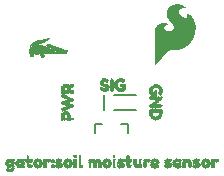
<source format=gto>
G75*
%MOIN*%
%OFA0B0*%
%FSLAX25Y25*%
%IPPOS*%
%LPD*%
%AMOC8*
5,1,8,0,0,1.08239X$1,22.5*
%
%ADD10C,0.00800*%
%ADD11C,0.00020*%
%ADD12R,0.00157X0.01417*%
%ADD13R,0.00157X0.00315*%
%ADD14R,0.00157X0.00472*%
%ADD15R,0.00157X0.02362*%
%ADD16R,0.00157X0.00945*%
%ADD17R,0.00157X0.00630*%
%ADD18R,0.00157X0.02677*%
%ADD19R,0.00157X0.01102*%
%ADD20R,0.00157X0.02835*%
%ADD21R,0.00157X0.02992*%
%ADD22R,0.00157X0.01260*%
%ADD23R,0.00157X0.03150*%
%ADD24R,0.00157X0.01575*%
%ADD25R,0.00157X0.01732*%
%ADD26R,0.00157X0.01890*%
%ADD27R,0.00157X0.02047*%
%ADD28R,0.00157X0.04409*%
%ADD29R,0.00157X0.03307*%
%ADD30R,0.00157X0.00787*%
%ADD31R,0.00157X0.00157*%
%ADD32R,0.00157X0.02205*%
%ADD33R,0.00157X0.02520*%
%ADD34R,0.00157X0.03465*%
%ADD35R,0.01102X0.00157*%
%ADD36R,0.00315X0.00157*%
%ADD37R,0.01890X0.00157*%
%ADD38R,0.00945X0.00157*%
%ADD39R,0.02205X0.00157*%
%ADD40R,0.02520X0.00157*%
%ADD41R,0.02835X0.00157*%
%ADD42R,0.02992X0.00157*%
%ADD43R,0.02677X0.00157*%
%ADD44R,0.03150X0.00157*%
%ADD45R,0.01260X0.00157*%
%ADD46R,0.03307X0.00157*%
%ADD47R,0.00472X0.00157*%
%ADD48R,0.01417X0.00157*%
%ADD49R,0.00787X0.00157*%
%ADD50R,0.01575X0.00157*%
%ADD51R,0.02362X0.00157*%
%ADD52R,0.02047X0.00157*%
%ADD53R,0.01732X0.00157*%
%ADD54R,0.00630X0.00157*%
%ADD55R,0.04252X0.00157*%
%ADD56R,0.04409X0.00157*%
%ADD57R,0.00118X0.00039*%
%ADD58R,0.00157X0.00039*%
%ADD59R,0.00354X0.00039*%
%ADD60R,0.00512X0.00079*%
%ADD61R,0.00512X0.00039*%
%ADD62R,0.00551X0.00039*%
%ADD63R,0.00591X0.00039*%
%ADD64R,0.00591X0.00079*%
%ADD65R,0.00984X0.00039*%
%ADD66R,0.01024X0.00039*%
%ADD67R,0.00315X0.00039*%
%ADD68R,0.01496X0.00079*%
%ADD69R,0.00197X0.00039*%
%ADD70R,0.01535X0.00039*%
%ADD71R,0.02008X0.00039*%
%ADD72R,0.02047X0.00039*%
%ADD73R,0.00276X0.00079*%
%ADD74R,0.02008X0.00079*%
%ADD75R,0.02638X0.00039*%
%ADD76R,0.02598X0.00039*%
%ADD77R,0.00276X0.00039*%
%ADD78R,0.03071X0.00039*%
%ADD79R,0.02953X0.00079*%
%ADD80R,0.02913X0.00039*%
%ADD81R,0.03386X0.00039*%
%ADD82R,0.03346X0.00039*%
%ADD83R,0.03268X0.00079*%
%ADD84R,0.03150X0.00039*%
%ADD85R,0.03228X0.00039*%
%ADD86R,0.03346X0.00079*%
%ADD87R,0.03110X0.00039*%
%ADD88R,0.02795X0.00039*%
%ADD89R,0.02717X0.00039*%
%ADD90R,0.02677X0.00039*%
%ADD91R,0.02520X0.00079*%
%ADD92R,0.02441X0.00039*%
%ADD93R,0.02362X0.00039*%
%ADD94R,0.02244X0.00039*%
%ADD95R,0.00394X0.00039*%
%ADD96R,0.02087X0.00079*%
%ADD97R,0.00630X0.00079*%
%ADD98R,0.02087X0.00039*%
%ADD99R,0.00866X0.00039*%
%ADD100R,0.01890X0.00039*%
%ADD101R,0.01850X0.00039*%
%ADD102R,0.01142X0.00039*%
%ADD103R,0.01811X0.00079*%
%ADD104R,0.01260X0.00079*%
%ADD105R,0.01693X0.00039*%
%ADD106R,0.01339X0.00039*%
%ADD107R,0.01457X0.00039*%
%ADD108R,0.01575X0.00039*%
%ADD109R,0.01654X0.00039*%
%ADD110R,0.00118X0.00079*%
%ADD111R,0.01772X0.00079*%
%ADD112R,0.01772X0.00039*%
%ADD113R,0.01378X0.00039*%
%ADD114R,0.01811X0.00039*%
%ADD115R,0.00236X0.00079*%
%ADD116R,0.01299X0.00079*%
%ADD117R,0.02126X0.00079*%
%ADD118R,0.01260X0.00039*%
%ADD119R,0.02205X0.00039*%
%ADD120R,0.02165X0.00039*%
%ADD121R,0.02480X0.00039*%
%ADD122R,0.02835X0.00039*%
%ADD123R,0.01142X0.00079*%
%ADD124R,0.02992X0.00079*%
%ADD125R,0.02598X0.00079*%
%ADD126R,0.03307X0.00039*%
%ADD127R,0.04646X0.00039*%
%ADD128R,0.02756X0.00039*%
%ADD129R,0.04764X0.00039*%
%ADD130R,0.00394X0.00079*%
%ADD131R,0.04843X0.00079*%
%ADD132R,0.03031X0.00079*%
%ADD133R,0.00433X0.00039*%
%ADD134R,0.04843X0.00039*%
%ADD135R,0.00472X0.00039*%
%ADD136R,0.05000X0.00039*%
%ADD137R,0.02992X0.00039*%
%ADD138R,0.02953X0.00039*%
%ADD139R,0.05039X0.00039*%
%ADD140R,0.05157X0.00079*%
%ADD141R,0.02638X0.00079*%
%ADD142R,0.00630X0.00039*%
%ADD143R,0.05197X0.00039*%
%ADD144R,0.00709X0.00039*%
%ADD145R,0.01496X0.00039*%
%ADD146R,0.00748X0.00079*%
%ADD147R,0.01457X0.00079*%
%ADD148R,0.01850X0.00079*%
%ADD149R,0.00787X0.00039*%
%ADD150R,0.01220X0.00039*%
%ADD151R,0.01181X0.00039*%
%ADD152R,0.01929X0.00039*%
%ADD153R,0.00945X0.00039*%
%ADD154R,0.03268X0.00039*%
%ADD155R,0.00984X0.00079*%
%ADD156R,0.01220X0.00079*%
%ADD157R,0.00945X0.00079*%
%ADD158R,0.01969X0.00079*%
%ADD159R,0.00354X0.00079*%
%ADD160R,0.01063X0.00039*%
%ADD161R,0.00827X0.00039*%
%ADD162R,0.03583X0.00039*%
%ADD163R,0.01417X0.00079*%
%ADD164R,0.00669X0.00079*%
%ADD165R,0.00197X0.00079*%
%ADD166R,0.00472X0.00079*%
%ADD167R,0.00157X0.00079*%
%ADD168R,0.02362X0.00079*%
%ADD169R,0.02323X0.00079*%
%ADD170R,0.02283X0.00039*%
%ADD171R,0.01732X0.00039*%
%ADD172R,0.00906X0.00039*%
%ADD173R,0.01299X0.00039*%
%ADD174R,0.02520X0.00039*%
%ADD175R,0.00787X0.00079*%
%ADD176R,0.01535X0.00079*%
%ADD177R,0.02047X0.00079*%
%ADD178R,0.02559X0.00039*%
%ADD179R,0.01614X0.00039*%
%ADD180R,0.00748X0.00039*%
%ADD181R,0.00079X0.00039*%
%ADD182R,0.01102X0.00039*%
%ADD183R,0.01024X0.00079*%
%ADD184R,0.01181X0.00079*%
%ADD185R,0.01339X0.00079*%
%ADD186R,0.00866X0.00079*%
%ADD187R,0.01417X0.00039*%
%ADD188R,0.04488X0.00039*%
%ADD189R,0.04606X0.00039*%
%ADD190R,0.04606X0.00079*%
%ADD191R,0.01063X0.00079*%
%ADD192R,0.00827X0.00079*%
%ADD193R,0.04882X0.00039*%
%ADD194R,0.04961X0.00039*%
%ADD195R,0.05236X0.00039*%
%ADD196R,0.02323X0.00039*%
%ADD197R,0.00236X0.00039*%
%ADD198R,0.07244X0.00079*%
%ADD199R,0.03071X0.00079*%
%ADD200R,0.07323X0.00039*%
%ADD201R,0.03189X0.00039*%
%ADD202R,0.08386X0.00039*%
%ADD203R,0.08465X0.00039*%
%ADD204R,0.08504X0.00039*%
%ADD205R,0.08622X0.00079*%
%ADD206R,0.08661X0.00039*%
%ADD207R,0.08701X0.00039*%
%ADD208R,0.01693X0.00079*%
%ADD209R,0.01890X0.00079*%
%ADD210R,0.00669X0.00039*%
%ADD211R,0.01102X0.00079*%
%ADD212R,0.01575X0.00079*%
%ADD213R,0.01378X0.00079*%
%ADD214R,0.00079X0.00079*%
D10*
X0152822Y0461006D02*
X0152822Y0464156D01*
X0155184Y0464156D01*
X0155865Y0468939D02*
X0155865Y0473861D01*
X0159290Y0473861D02*
X0166377Y0473861D01*
X0166377Y0468939D02*
X0159290Y0468939D01*
X0161483Y0464156D02*
X0163845Y0464156D01*
X0163845Y0461006D01*
D11*
X0172711Y0483963D02*
X0172751Y0484042D01*
X0172908Y0484199D01*
X0173144Y0484475D01*
X0173420Y0484829D01*
X0173774Y0485223D01*
X0174168Y0485695D01*
X0174601Y0486168D01*
X0175073Y0486680D01*
X0175585Y0487231D01*
X0176018Y0487743D01*
X0176451Y0488176D01*
X0176845Y0488530D01*
X0177239Y0488806D01*
X0177672Y0489002D01*
X0178105Y0489120D01*
X0179640Y0489120D01*
X0180585Y0489239D01*
X0181451Y0489475D01*
X0182239Y0489829D01*
X0182987Y0490302D01*
X0183656Y0490813D01*
X0184247Y0491443D01*
X0184798Y0492152D01*
X0185546Y0493609D01*
X0185940Y0495026D01*
X0186018Y0496404D01*
X0185822Y0497703D01*
X0185428Y0498806D01*
X0184916Y0499750D01*
X0184247Y0500420D01*
X0183617Y0500813D01*
X0183617Y0500774D01*
X0183617Y0500577D01*
X0183656Y0500380D01*
X0183617Y0500144D01*
X0183577Y0499908D01*
X0183459Y0499711D01*
X0183262Y0499514D01*
X0182987Y0499396D01*
X0182711Y0499396D01*
X0182436Y0499475D01*
X0182160Y0499554D01*
X0181845Y0499711D01*
X0181570Y0499908D01*
X0181294Y0500105D01*
X0181018Y0500341D01*
X0180822Y0500538D01*
X0180625Y0500853D01*
X0180467Y0501089D01*
X0180388Y0501365D01*
X0180349Y0501601D01*
X0180388Y0501837D01*
X0180467Y0502034D01*
X0180585Y0502270D01*
X0180743Y0502467D01*
X0181058Y0502743D01*
X0181373Y0502900D01*
X0181688Y0502979D01*
X0182042Y0503018D01*
X0182554Y0503018D01*
X0182711Y0502979D01*
X0182751Y0502979D01*
X0182633Y0503057D01*
X0182357Y0503254D01*
X0181885Y0503530D01*
X0181294Y0503766D01*
X0180585Y0503963D01*
X0179798Y0504002D01*
X0178932Y0503806D01*
X0178026Y0503333D01*
X0177357Y0502782D01*
X0176924Y0502152D01*
X0176688Y0501483D01*
X0176688Y0500813D01*
X0176885Y0500144D01*
X0177239Y0499435D01*
X0177751Y0498766D01*
X0178420Y0498097D01*
X0178932Y0497506D01*
X0179207Y0496916D01*
X0179207Y0496365D01*
X0179050Y0495853D01*
X0185987Y0495853D01*
X0185986Y0495835D02*
X0179034Y0495835D01*
X0179050Y0495853D02*
X0178696Y0495459D01*
X0178223Y0495144D01*
X0177672Y0494987D01*
X0177042Y0494987D01*
X0176609Y0495105D01*
X0176255Y0495223D01*
X0175979Y0495459D01*
X0175743Y0495695D01*
X0175625Y0495931D01*
X0175546Y0496207D01*
X0175546Y0496483D01*
X0173254Y0496483D01*
X0173268Y0496501D02*
X0175552Y0496501D01*
X0175546Y0496483D02*
X0175625Y0496719D01*
X0175743Y0496876D01*
X0175900Y0497034D01*
X0176097Y0497191D01*
X0176255Y0497309D01*
X0176451Y0497388D01*
X0176609Y0497467D01*
X0176688Y0497506D01*
X0176727Y0497546D01*
X0176688Y0497546D01*
X0176570Y0497585D01*
X0176373Y0497664D01*
X0176097Y0497703D01*
X0175388Y0497703D01*
X0174995Y0497624D01*
X0174562Y0497506D01*
X0174168Y0497349D01*
X0173814Y0497113D01*
X0173499Y0496798D01*
X0173223Y0496443D01*
X0172987Y0496010D01*
X0172829Y0495459D01*
X0172751Y0494829D01*
X0172711Y0494081D01*
X0172711Y0483963D01*
X0172711Y0483966D02*
X0172713Y0483966D01*
X0172711Y0483984D02*
X0172722Y0483984D01*
X0172711Y0484003D02*
X0172731Y0484003D01*
X0172740Y0484021D02*
X0172711Y0484021D01*
X0172711Y0484040D02*
X0172750Y0484040D01*
X0172767Y0484058D02*
X0172711Y0484058D01*
X0172711Y0484077D02*
X0172786Y0484077D01*
X0172804Y0484095D02*
X0172711Y0484095D01*
X0172711Y0484114D02*
X0172823Y0484114D01*
X0172841Y0484132D02*
X0172711Y0484132D01*
X0172711Y0484151D02*
X0172860Y0484151D01*
X0172878Y0484170D02*
X0172711Y0484170D01*
X0172711Y0484188D02*
X0172897Y0484188D01*
X0172914Y0484207D02*
X0172711Y0484207D01*
X0172711Y0484225D02*
X0172930Y0484225D01*
X0172946Y0484244D02*
X0172711Y0484244D01*
X0172711Y0484262D02*
X0172962Y0484262D01*
X0172978Y0484281D02*
X0172711Y0484281D01*
X0172711Y0484299D02*
X0172994Y0484299D01*
X0173010Y0484318D02*
X0172711Y0484318D01*
X0172711Y0484336D02*
X0173026Y0484336D01*
X0173041Y0484355D02*
X0172711Y0484355D01*
X0172711Y0484373D02*
X0173057Y0484373D01*
X0173073Y0484392D02*
X0172711Y0484392D01*
X0172711Y0484410D02*
X0173089Y0484410D01*
X0173105Y0484429D02*
X0172711Y0484429D01*
X0172711Y0484447D02*
X0173121Y0484447D01*
X0173137Y0484466D02*
X0172711Y0484466D01*
X0172711Y0484484D02*
X0173152Y0484484D01*
X0173166Y0484503D02*
X0172711Y0484503D01*
X0172711Y0484521D02*
X0173181Y0484521D01*
X0173195Y0484540D02*
X0172711Y0484540D01*
X0172711Y0484558D02*
X0173209Y0484558D01*
X0173224Y0484577D02*
X0172711Y0484577D01*
X0172711Y0484595D02*
X0173238Y0484595D01*
X0173253Y0484614D02*
X0172711Y0484614D01*
X0172711Y0484632D02*
X0173267Y0484632D01*
X0173281Y0484651D02*
X0172711Y0484651D01*
X0172711Y0484669D02*
X0173296Y0484669D01*
X0173310Y0484688D02*
X0172711Y0484688D01*
X0172711Y0484706D02*
X0173325Y0484706D01*
X0173339Y0484725D02*
X0172711Y0484725D01*
X0172711Y0484744D02*
X0173353Y0484744D01*
X0173368Y0484762D02*
X0172711Y0484762D01*
X0172711Y0484781D02*
X0173382Y0484781D01*
X0173397Y0484799D02*
X0172711Y0484799D01*
X0172711Y0484818D02*
X0173411Y0484818D01*
X0173426Y0484836D02*
X0172711Y0484836D01*
X0172711Y0484855D02*
X0173443Y0484855D01*
X0173460Y0484873D02*
X0172711Y0484873D01*
X0172711Y0484892D02*
X0173476Y0484892D01*
X0173493Y0484910D02*
X0172711Y0484910D01*
X0172711Y0484929D02*
X0173510Y0484929D01*
X0173526Y0484947D02*
X0172711Y0484947D01*
X0172711Y0484966D02*
X0173543Y0484966D01*
X0173560Y0484984D02*
X0172711Y0484984D01*
X0172711Y0485003D02*
X0173576Y0485003D01*
X0173593Y0485021D02*
X0172711Y0485021D01*
X0172711Y0485040D02*
X0173610Y0485040D01*
X0173626Y0485058D02*
X0172711Y0485058D01*
X0172711Y0485077D02*
X0173643Y0485077D01*
X0173659Y0485095D02*
X0172711Y0485095D01*
X0172711Y0485114D02*
X0173676Y0485114D01*
X0173693Y0485132D02*
X0172711Y0485132D01*
X0172711Y0485151D02*
X0173709Y0485151D01*
X0173726Y0485169D02*
X0172711Y0485169D01*
X0172711Y0485188D02*
X0173743Y0485188D01*
X0173759Y0485206D02*
X0172711Y0485206D01*
X0172711Y0485225D02*
X0173776Y0485225D01*
X0173791Y0485243D02*
X0172711Y0485243D01*
X0172711Y0485262D02*
X0173807Y0485262D01*
X0173822Y0485280D02*
X0172711Y0485280D01*
X0172711Y0485299D02*
X0173838Y0485299D01*
X0173853Y0485318D02*
X0172711Y0485318D01*
X0172711Y0485336D02*
X0173869Y0485336D01*
X0173884Y0485355D02*
X0172711Y0485355D01*
X0172711Y0485373D02*
X0173899Y0485373D01*
X0173915Y0485392D02*
X0172711Y0485392D01*
X0172711Y0485410D02*
X0173930Y0485410D01*
X0173946Y0485429D02*
X0172711Y0485429D01*
X0172711Y0485447D02*
X0173961Y0485447D01*
X0173977Y0485466D02*
X0172711Y0485466D01*
X0172711Y0485484D02*
X0173992Y0485484D01*
X0174007Y0485503D02*
X0172711Y0485503D01*
X0172711Y0485521D02*
X0174023Y0485521D01*
X0174038Y0485540D02*
X0172711Y0485540D01*
X0172711Y0485558D02*
X0174054Y0485558D01*
X0174069Y0485577D02*
X0172711Y0485577D01*
X0172711Y0485595D02*
X0174085Y0485595D01*
X0174100Y0485614D02*
X0172711Y0485614D01*
X0172711Y0485632D02*
X0174115Y0485632D01*
X0174131Y0485651D02*
X0172711Y0485651D01*
X0172711Y0485669D02*
X0174146Y0485669D01*
X0174162Y0485688D02*
X0172711Y0485688D01*
X0172711Y0485706D02*
X0174178Y0485706D01*
X0174195Y0485725D02*
X0172711Y0485725D01*
X0172711Y0485743D02*
X0174212Y0485743D01*
X0174229Y0485762D02*
X0172711Y0485762D01*
X0172711Y0485780D02*
X0174246Y0485780D01*
X0174263Y0485799D02*
X0172711Y0485799D01*
X0172711Y0485817D02*
X0174280Y0485817D01*
X0174297Y0485836D02*
X0172711Y0485836D01*
X0172711Y0485854D02*
X0174314Y0485854D01*
X0174331Y0485873D02*
X0172711Y0485873D01*
X0172711Y0485892D02*
X0174348Y0485892D01*
X0174365Y0485910D02*
X0172711Y0485910D01*
X0172711Y0485929D02*
X0174382Y0485929D01*
X0174399Y0485947D02*
X0172711Y0485947D01*
X0172711Y0485966D02*
X0174416Y0485966D01*
X0174433Y0485984D02*
X0172711Y0485984D01*
X0172711Y0486003D02*
X0174450Y0486003D01*
X0174467Y0486021D02*
X0172711Y0486021D01*
X0172711Y0486040D02*
X0174484Y0486040D01*
X0174501Y0486058D02*
X0172711Y0486058D01*
X0172711Y0486077D02*
X0174518Y0486077D01*
X0174535Y0486095D02*
X0172711Y0486095D01*
X0172711Y0486114D02*
X0174552Y0486114D01*
X0174569Y0486132D02*
X0172711Y0486132D01*
X0172711Y0486151D02*
X0174585Y0486151D01*
X0174602Y0486169D02*
X0172711Y0486169D01*
X0172711Y0486188D02*
X0174620Y0486188D01*
X0174637Y0486206D02*
X0172711Y0486206D01*
X0172711Y0486225D02*
X0174654Y0486225D01*
X0174671Y0486243D02*
X0172711Y0486243D01*
X0172711Y0486262D02*
X0174688Y0486262D01*
X0174705Y0486280D02*
X0172711Y0486280D01*
X0172711Y0486299D02*
X0174722Y0486299D01*
X0174739Y0486317D02*
X0172711Y0486317D01*
X0172711Y0486336D02*
X0174756Y0486336D01*
X0174773Y0486354D02*
X0172711Y0486354D01*
X0172711Y0486373D02*
X0174790Y0486373D01*
X0174808Y0486391D02*
X0172711Y0486391D01*
X0172711Y0486410D02*
X0174825Y0486410D01*
X0174842Y0486428D02*
X0172711Y0486428D01*
X0172711Y0486447D02*
X0174859Y0486447D01*
X0174876Y0486466D02*
X0172711Y0486466D01*
X0172711Y0486484D02*
X0174893Y0486484D01*
X0174910Y0486503D02*
X0172711Y0486503D01*
X0172711Y0486521D02*
X0174927Y0486521D01*
X0174944Y0486540D02*
X0172711Y0486540D01*
X0172711Y0486558D02*
X0174961Y0486558D01*
X0174978Y0486577D02*
X0172711Y0486577D01*
X0172711Y0486595D02*
X0174996Y0486595D01*
X0175013Y0486614D02*
X0172711Y0486614D01*
X0172711Y0486632D02*
X0175030Y0486632D01*
X0175047Y0486651D02*
X0172711Y0486651D01*
X0172711Y0486669D02*
X0175064Y0486669D01*
X0175081Y0486688D02*
X0172711Y0486688D01*
X0172711Y0486706D02*
X0175098Y0486706D01*
X0175115Y0486725D02*
X0172711Y0486725D01*
X0172711Y0486743D02*
X0175133Y0486743D01*
X0175150Y0486762D02*
X0172711Y0486762D01*
X0172711Y0486780D02*
X0175167Y0486780D01*
X0175184Y0486799D02*
X0172711Y0486799D01*
X0172711Y0486817D02*
X0175201Y0486817D01*
X0175219Y0486836D02*
X0172711Y0486836D01*
X0172711Y0486854D02*
X0175236Y0486854D01*
X0175253Y0486873D02*
X0172711Y0486873D01*
X0172711Y0486891D02*
X0175270Y0486891D01*
X0175287Y0486910D02*
X0172711Y0486910D01*
X0172711Y0486928D02*
X0175305Y0486928D01*
X0175322Y0486947D02*
X0172711Y0486947D01*
X0172711Y0486965D02*
X0175339Y0486965D01*
X0175356Y0486984D02*
X0172711Y0486984D01*
X0172711Y0487002D02*
X0175373Y0487002D01*
X0175391Y0487021D02*
X0172711Y0487021D01*
X0172711Y0487040D02*
X0175408Y0487040D01*
X0175425Y0487058D02*
X0172711Y0487058D01*
X0172711Y0487077D02*
X0175442Y0487077D01*
X0175459Y0487095D02*
X0172711Y0487095D01*
X0172711Y0487114D02*
X0175477Y0487114D01*
X0175494Y0487132D02*
X0172711Y0487132D01*
X0172711Y0487151D02*
X0175511Y0487151D01*
X0175528Y0487169D02*
X0172711Y0487169D01*
X0172711Y0487188D02*
X0175545Y0487188D01*
X0175562Y0487206D02*
X0172711Y0487206D01*
X0172711Y0487225D02*
X0175580Y0487225D01*
X0175596Y0487243D02*
X0172711Y0487243D01*
X0172711Y0487262D02*
X0175612Y0487262D01*
X0175627Y0487280D02*
X0172711Y0487280D01*
X0172711Y0487299D02*
X0175643Y0487299D01*
X0175659Y0487317D02*
X0172711Y0487317D01*
X0172711Y0487336D02*
X0175674Y0487336D01*
X0175690Y0487354D02*
X0172711Y0487354D01*
X0172711Y0487373D02*
X0175706Y0487373D01*
X0175721Y0487391D02*
X0172711Y0487391D01*
X0172711Y0487410D02*
X0175737Y0487410D01*
X0175753Y0487428D02*
X0172711Y0487428D01*
X0172711Y0487447D02*
X0175768Y0487447D01*
X0175784Y0487465D02*
X0172711Y0487465D01*
X0172711Y0487484D02*
X0175800Y0487484D01*
X0175815Y0487502D02*
X0172711Y0487502D01*
X0172711Y0487521D02*
X0175831Y0487521D01*
X0175847Y0487539D02*
X0172711Y0487539D01*
X0172711Y0487558D02*
X0175862Y0487558D01*
X0175878Y0487576D02*
X0172711Y0487576D01*
X0172711Y0487595D02*
X0175894Y0487595D01*
X0175909Y0487614D02*
X0172711Y0487614D01*
X0172711Y0487632D02*
X0175925Y0487632D01*
X0175941Y0487651D02*
X0172711Y0487651D01*
X0172711Y0487669D02*
X0175956Y0487669D01*
X0175972Y0487688D02*
X0172711Y0487688D01*
X0172711Y0487706D02*
X0175988Y0487706D01*
X0176003Y0487725D02*
X0172711Y0487725D01*
X0172711Y0487743D02*
X0176019Y0487743D01*
X0176037Y0487762D02*
X0172711Y0487762D01*
X0172711Y0487780D02*
X0176056Y0487780D01*
X0176075Y0487799D02*
X0172711Y0487799D01*
X0172711Y0487817D02*
X0176093Y0487817D01*
X0176112Y0487836D02*
X0172711Y0487836D01*
X0172711Y0487854D02*
X0176130Y0487854D01*
X0176149Y0487873D02*
X0172711Y0487873D01*
X0172711Y0487891D02*
X0176167Y0487891D01*
X0176186Y0487910D02*
X0172711Y0487910D01*
X0172711Y0487928D02*
X0176204Y0487928D01*
X0176223Y0487947D02*
X0172711Y0487947D01*
X0172711Y0487965D02*
X0176241Y0487965D01*
X0176260Y0487984D02*
X0172711Y0487984D01*
X0172711Y0488002D02*
X0176278Y0488002D01*
X0176297Y0488021D02*
X0172711Y0488021D01*
X0172711Y0488039D02*
X0176315Y0488039D01*
X0176334Y0488058D02*
X0172711Y0488058D01*
X0172711Y0488076D02*
X0176352Y0488076D01*
X0176371Y0488095D02*
X0172711Y0488095D01*
X0172711Y0488113D02*
X0176389Y0488113D01*
X0176408Y0488132D02*
X0172711Y0488132D01*
X0172711Y0488150D02*
X0176426Y0488150D01*
X0176445Y0488169D02*
X0172711Y0488169D01*
X0172711Y0488188D02*
X0176465Y0488188D01*
X0176485Y0488206D02*
X0172711Y0488206D01*
X0172711Y0488225D02*
X0176506Y0488225D01*
X0176526Y0488243D02*
X0172711Y0488243D01*
X0172711Y0488262D02*
X0176547Y0488262D01*
X0176568Y0488280D02*
X0172711Y0488280D01*
X0172711Y0488299D02*
X0176588Y0488299D01*
X0176609Y0488317D02*
X0172711Y0488317D01*
X0172711Y0488336D02*
X0176629Y0488336D01*
X0176650Y0488354D02*
X0172711Y0488354D01*
X0172711Y0488373D02*
X0176670Y0488373D01*
X0176691Y0488391D02*
X0172711Y0488391D01*
X0172711Y0488410D02*
X0176712Y0488410D01*
X0176732Y0488428D02*
X0172711Y0488428D01*
X0172711Y0488447D02*
X0176753Y0488447D01*
X0176773Y0488465D02*
X0172711Y0488465D01*
X0172711Y0488484D02*
X0176794Y0488484D01*
X0176814Y0488502D02*
X0172711Y0488502D01*
X0172711Y0488521D02*
X0176835Y0488521D01*
X0176859Y0488539D02*
X0172711Y0488539D01*
X0172711Y0488558D02*
X0176885Y0488558D01*
X0176911Y0488576D02*
X0172711Y0488576D01*
X0172711Y0488595D02*
X0176938Y0488595D01*
X0176964Y0488613D02*
X0172711Y0488613D01*
X0172711Y0488632D02*
X0176991Y0488632D01*
X0177017Y0488650D02*
X0172711Y0488650D01*
X0172711Y0488669D02*
X0177044Y0488669D01*
X0177070Y0488687D02*
X0172711Y0488687D01*
X0172711Y0488706D02*
X0177097Y0488706D01*
X0177123Y0488724D02*
X0172711Y0488724D01*
X0172711Y0488743D02*
X0177150Y0488743D01*
X0177176Y0488762D02*
X0172711Y0488762D01*
X0172711Y0488780D02*
X0177202Y0488780D01*
X0177229Y0488799D02*
X0172711Y0488799D01*
X0172711Y0488817D02*
X0177264Y0488817D01*
X0177305Y0488836D02*
X0172711Y0488836D01*
X0172711Y0488854D02*
X0177346Y0488854D01*
X0177386Y0488873D02*
X0172711Y0488873D01*
X0172711Y0488891D02*
X0177427Y0488891D01*
X0177468Y0488910D02*
X0172711Y0488910D01*
X0172711Y0488928D02*
X0177509Y0488928D01*
X0177549Y0488947D02*
X0172711Y0488947D01*
X0172711Y0488965D02*
X0177590Y0488965D01*
X0177631Y0488984D02*
X0172711Y0488984D01*
X0172711Y0489002D02*
X0177672Y0489002D01*
X0177739Y0489021D02*
X0172711Y0489021D01*
X0172711Y0489039D02*
X0177807Y0489039D01*
X0177875Y0489058D02*
X0172711Y0489058D01*
X0172711Y0489076D02*
X0177943Y0489076D01*
X0178011Y0489095D02*
X0172711Y0489095D01*
X0172711Y0489113D02*
X0178079Y0489113D01*
X0179731Y0489132D02*
X0172711Y0489132D01*
X0172711Y0489150D02*
X0179880Y0489150D01*
X0180028Y0489169D02*
X0172711Y0489169D01*
X0172711Y0489187D02*
X0180176Y0489187D01*
X0180324Y0489206D02*
X0172711Y0489206D01*
X0172711Y0489224D02*
X0180472Y0489224D01*
X0180601Y0489243D02*
X0172711Y0489243D01*
X0172711Y0489261D02*
X0180669Y0489261D01*
X0180737Y0489280D02*
X0172711Y0489280D01*
X0172711Y0489298D02*
X0180805Y0489298D01*
X0180873Y0489317D02*
X0172711Y0489317D01*
X0172711Y0489336D02*
X0180941Y0489336D01*
X0181009Y0489354D02*
X0172711Y0489354D01*
X0172711Y0489373D02*
X0181077Y0489373D01*
X0181144Y0489391D02*
X0172711Y0489391D01*
X0172711Y0489410D02*
X0181212Y0489410D01*
X0181280Y0489428D02*
X0172711Y0489428D01*
X0172711Y0489447D02*
X0181348Y0489447D01*
X0181416Y0489465D02*
X0172711Y0489465D01*
X0172711Y0489484D02*
X0181471Y0489484D01*
X0181512Y0489502D02*
X0172711Y0489502D01*
X0172711Y0489521D02*
X0181553Y0489521D01*
X0181595Y0489539D02*
X0172711Y0489539D01*
X0172711Y0489558D02*
X0181636Y0489558D01*
X0181677Y0489576D02*
X0172711Y0489576D01*
X0172711Y0489595D02*
X0181718Y0489595D01*
X0181759Y0489613D02*
X0172711Y0489613D01*
X0172711Y0489632D02*
X0181800Y0489632D01*
X0181841Y0489650D02*
X0172711Y0489650D01*
X0172711Y0489669D02*
X0181883Y0489669D01*
X0181924Y0489687D02*
X0172711Y0489687D01*
X0172711Y0489706D02*
X0181965Y0489706D01*
X0182006Y0489724D02*
X0172711Y0489724D01*
X0172711Y0489743D02*
X0182047Y0489743D01*
X0182088Y0489761D02*
X0172711Y0489761D01*
X0172711Y0489780D02*
X0182129Y0489780D01*
X0182171Y0489798D02*
X0172711Y0489798D01*
X0172711Y0489817D02*
X0182212Y0489817D01*
X0182249Y0489835D02*
X0172711Y0489835D01*
X0172711Y0489854D02*
X0182278Y0489854D01*
X0182308Y0489873D02*
X0172711Y0489873D01*
X0172711Y0489891D02*
X0182337Y0489891D01*
X0182366Y0489910D02*
X0172711Y0489910D01*
X0172711Y0489928D02*
X0182395Y0489928D01*
X0182425Y0489947D02*
X0172711Y0489947D01*
X0172711Y0489965D02*
X0182454Y0489965D01*
X0182483Y0489984D02*
X0172711Y0489984D01*
X0172711Y0490002D02*
X0182513Y0490002D01*
X0182542Y0490021D02*
X0172711Y0490021D01*
X0172711Y0490039D02*
X0182571Y0490039D01*
X0182601Y0490058D02*
X0172711Y0490058D01*
X0172711Y0490076D02*
X0182630Y0490076D01*
X0182659Y0490095D02*
X0172711Y0490095D01*
X0172711Y0490113D02*
X0182689Y0490113D01*
X0182718Y0490132D02*
X0172711Y0490132D01*
X0172711Y0490150D02*
X0182747Y0490150D01*
X0182777Y0490169D02*
X0172711Y0490169D01*
X0172711Y0490187D02*
X0182806Y0490187D01*
X0182835Y0490206D02*
X0172711Y0490206D01*
X0172711Y0490224D02*
X0182865Y0490224D01*
X0182894Y0490243D02*
X0172711Y0490243D01*
X0172711Y0490261D02*
X0182923Y0490261D01*
X0182952Y0490280D02*
X0172711Y0490280D01*
X0172711Y0490298D02*
X0182982Y0490298D01*
X0183007Y0490317D02*
X0172711Y0490317D01*
X0172711Y0490335D02*
X0183031Y0490335D01*
X0183055Y0490354D02*
X0172711Y0490354D01*
X0172711Y0490372D02*
X0183080Y0490372D01*
X0183104Y0490391D02*
X0172711Y0490391D01*
X0172711Y0490409D02*
X0183128Y0490409D01*
X0183152Y0490428D02*
X0172711Y0490428D01*
X0172711Y0490447D02*
X0183176Y0490447D01*
X0183201Y0490465D02*
X0172711Y0490465D01*
X0172711Y0490484D02*
X0183225Y0490484D01*
X0183249Y0490502D02*
X0172711Y0490502D01*
X0172711Y0490521D02*
X0183273Y0490521D01*
X0183297Y0490539D02*
X0172711Y0490539D01*
X0172711Y0490558D02*
X0183322Y0490558D01*
X0183346Y0490576D02*
X0172711Y0490576D01*
X0172711Y0490595D02*
X0183370Y0490595D01*
X0183394Y0490613D02*
X0172711Y0490613D01*
X0172711Y0490632D02*
X0183419Y0490632D01*
X0183443Y0490650D02*
X0172711Y0490650D01*
X0172711Y0490669D02*
X0183467Y0490669D01*
X0183491Y0490687D02*
X0172711Y0490687D01*
X0172711Y0490706D02*
X0183515Y0490706D01*
X0183540Y0490724D02*
X0172711Y0490724D01*
X0172711Y0490743D02*
X0183564Y0490743D01*
X0183588Y0490761D02*
X0172711Y0490761D01*
X0172711Y0490780D02*
X0183612Y0490780D01*
X0183636Y0490798D02*
X0172711Y0490798D01*
X0172711Y0490817D02*
X0183659Y0490817D01*
X0183677Y0490835D02*
X0172711Y0490835D01*
X0172711Y0490854D02*
X0183694Y0490854D01*
X0183711Y0490872D02*
X0172711Y0490872D01*
X0172711Y0490891D02*
X0183729Y0490891D01*
X0183746Y0490909D02*
X0172711Y0490909D01*
X0172711Y0490928D02*
X0183764Y0490928D01*
X0183781Y0490946D02*
X0172711Y0490946D01*
X0172711Y0490965D02*
X0183798Y0490965D01*
X0183816Y0490983D02*
X0172711Y0490983D01*
X0172711Y0491002D02*
X0183833Y0491002D01*
X0183850Y0491021D02*
X0172711Y0491021D01*
X0172711Y0491039D02*
X0183868Y0491039D01*
X0183885Y0491058D02*
X0172711Y0491058D01*
X0172711Y0491076D02*
X0183902Y0491076D01*
X0183920Y0491095D02*
X0172711Y0491095D01*
X0172711Y0491113D02*
X0183937Y0491113D01*
X0183954Y0491132D02*
X0172711Y0491132D01*
X0172711Y0491150D02*
X0183972Y0491150D01*
X0183989Y0491169D02*
X0172711Y0491169D01*
X0172711Y0491187D02*
X0184007Y0491187D01*
X0184024Y0491206D02*
X0172711Y0491206D01*
X0172711Y0491224D02*
X0184041Y0491224D01*
X0184059Y0491243D02*
X0172711Y0491243D01*
X0172711Y0491261D02*
X0184076Y0491261D01*
X0184093Y0491280D02*
X0172711Y0491280D01*
X0172711Y0491298D02*
X0184111Y0491298D01*
X0184128Y0491317D02*
X0172711Y0491317D01*
X0172711Y0491335D02*
X0184145Y0491335D01*
X0184163Y0491354D02*
X0172711Y0491354D01*
X0172711Y0491372D02*
X0184180Y0491372D01*
X0184198Y0491391D02*
X0172711Y0491391D01*
X0172711Y0491409D02*
X0184215Y0491409D01*
X0184232Y0491428D02*
X0172711Y0491428D01*
X0172711Y0491446D02*
X0184249Y0491446D01*
X0184264Y0491465D02*
X0172711Y0491465D01*
X0172711Y0491483D02*
X0184278Y0491483D01*
X0184292Y0491502D02*
X0172711Y0491502D01*
X0172711Y0491520D02*
X0184307Y0491520D01*
X0184321Y0491539D02*
X0172711Y0491539D01*
X0172711Y0491557D02*
X0184336Y0491557D01*
X0184350Y0491576D02*
X0172711Y0491576D01*
X0172711Y0491595D02*
X0184364Y0491595D01*
X0184379Y0491613D02*
X0172711Y0491613D01*
X0172711Y0491632D02*
X0184393Y0491632D01*
X0184408Y0491650D02*
X0172711Y0491650D01*
X0172711Y0491669D02*
X0184422Y0491669D01*
X0184436Y0491687D02*
X0172711Y0491687D01*
X0172711Y0491706D02*
X0184451Y0491706D01*
X0184465Y0491724D02*
X0172711Y0491724D01*
X0172711Y0491743D02*
X0184480Y0491743D01*
X0184494Y0491761D02*
X0172711Y0491761D01*
X0172711Y0491780D02*
X0184508Y0491780D01*
X0184523Y0491798D02*
X0172711Y0491798D01*
X0172711Y0491817D02*
X0184537Y0491817D01*
X0184552Y0491835D02*
X0172711Y0491835D01*
X0172711Y0491854D02*
X0184566Y0491854D01*
X0184580Y0491872D02*
X0172711Y0491872D01*
X0172711Y0491891D02*
X0184595Y0491891D01*
X0184609Y0491909D02*
X0172711Y0491909D01*
X0172711Y0491928D02*
X0184624Y0491928D01*
X0184638Y0491946D02*
X0172711Y0491946D01*
X0172711Y0491965D02*
X0184652Y0491965D01*
X0184667Y0491983D02*
X0172711Y0491983D01*
X0172711Y0492002D02*
X0184681Y0492002D01*
X0184696Y0492020D02*
X0172711Y0492020D01*
X0172711Y0492039D02*
X0184710Y0492039D01*
X0184724Y0492057D02*
X0172711Y0492057D01*
X0172711Y0492076D02*
X0184739Y0492076D01*
X0184753Y0492094D02*
X0172711Y0492094D01*
X0172711Y0492113D02*
X0184768Y0492113D01*
X0184782Y0492131D02*
X0172711Y0492131D01*
X0172711Y0492150D02*
X0184796Y0492150D01*
X0184806Y0492169D02*
X0172711Y0492169D01*
X0172711Y0492187D02*
X0184816Y0492187D01*
X0184825Y0492206D02*
X0172711Y0492206D01*
X0172711Y0492224D02*
X0184835Y0492224D01*
X0184844Y0492243D02*
X0172711Y0492243D01*
X0172711Y0492261D02*
X0184854Y0492261D01*
X0184863Y0492280D02*
X0172711Y0492280D01*
X0172711Y0492298D02*
X0184873Y0492298D01*
X0184882Y0492317D02*
X0172711Y0492317D01*
X0172711Y0492335D02*
X0184892Y0492335D01*
X0184901Y0492354D02*
X0172711Y0492354D01*
X0172711Y0492372D02*
X0184911Y0492372D01*
X0184920Y0492391D02*
X0172711Y0492391D01*
X0172711Y0492409D02*
X0184930Y0492409D01*
X0184940Y0492428D02*
X0172711Y0492428D01*
X0172711Y0492446D02*
X0184949Y0492446D01*
X0184959Y0492465D02*
X0172711Y0492465D01*
X0172711Y0492483D02*
X0184968Y0492483D01*
X0184978Y0492502D02*
X0172711Y0492502D01*
X0172711Y0492520D02*
X0184987Y0492520D01*
X0184997Y0492539D02*
X0172711Y0492539D01*
X0172711Y0492557D02*
X0185006Y0492557D01*
X0185016Y0492576D02*
X0172711Y0492576D01*
X0172711Y0492594D02*
X0185025Y0492594D01*
X0185035Y0492613D02*
X0172711Y0492613D01*
X0172711Y0492631D02*
X0185044Y0492631D01*
X0185054Y0492650D02*
X0172711Y0492650D01*
X0172711Y0492668D02*
X0185063Y0492668D01*
X0185073Y0492687D02*
X0172711Y0492687D01*
X0172711Y0492705D02*
X0185082Y0492705D01*
X0185092Y0492724D02*
X0172711Y0492724D01*
X0172711Y0492743D02*
X0185101Y0492743D01*
X0185111Y0492761D02*
X0172711Y0492761D01*
X0172711Y0492780D02*
X0185120Y0492780D01*
X0185130Y0492798D02*
X0172711Y0492798D01*
X0172711Y0492817D02*
X0185139Y0492817D01*
X0185149Y0492835D02*
X0172711Y0492835D01*
X0172711Y0492854D02*
X0185158Y0492854D01*
X0185168Y0492872D02*
X0172711Y0492872D01*
X0172711Y0492891D02*
X0185177Y0492891D01*
X0185187Y0492909D02*
X0172711Y0492909D01*
X0172711Y0492928D02*
X0185196Y0492928D01*
X0185206Y0492946D02*
X0172711Y0492946D01*
X0172711Y0492965D02*
X0185215Y0492965D01*
X0185225Y0492983D02*
X0172711Y0492983D01*
X0172711Y0493002D02*
X0185234Y0493002D01*
X0185244Y0493020D02*
X0172711Y0493020D01*
X0172711Y0493039D02*
X0185253Y0493039D01*
X0185263Y0493057D02*
X0172711Y0493057D01*
X0172711Y0493076D02*
X0185272Y0493076D01*
X0185282Y0493094D02*
X0172711Y0493094D01*
X0172711Y0493113D02*
X0185291Y0493113D01*
X0185301Y0493131D02*
X0172711Y0493131D01*
X0172711Y0493150D02*
X0185310Y0493150D01*
X0185320Y0493168D02*
X0172711Y0493168D01*
X0172711Y0493187D02*
X0185329Y0493187D01*
X0185339Y0493205D02*
X0172711Y0493205D01*
X0172711Y0493224D02*
X0185348Y0493224D01*
X0185358Y0493242D02*
X0172711Y0493242D01*
X0172711Y0493261D02*
X0185367Y0493261D01*
X0185377Y0493279D02*
X0172711Y0493279D01*
X0172711Y0493298D02*
X0185386Y0493298D01*
X0185396Y0493317D02*
X0172711Y0493317D01*
X0172711Y0493335D02*
X0185405Y0493335D01*
X0185415Y0493354D02*
X0172711Y0493354D01*
X0172711Y0493372D02*
X0185424Y0493372D01*
X0185434Y0493391D02*
X0172711Y0493391D01*
X0172711Y0493409D02*
X0185443Y0493409D01*
X0185453Y0493428D02*
X0172711Y0493428D01*
X0172711Y0493446D02*
X0185462Y0493446D01*
X0185472Y0493465D02*
X0172711Y0493465D01*
X0172711Y0493483D02*
X0185481Y0493483D01*
X0185491Y0493502D02*
X0172711Y0493502D01*
X0172711Y0493520D02*
X0185500Y0493520D01*
X0185510Y0493539D02*
X0172711Y0493539D01*
X0172711Y0493557D02*
X0185520Y0493557D01*
X0185529Y0493576D02*
X0172711Y0493576D01*
X0172711Y0493594D02*
X0185539Y0493594D01*
X0185547Y0493613D02*
X0172711Y0493613D01*
X0172711Y0493631D02*
X0185552Y0493631D01*
X0185557Y0493650D02*
X0172711Y0493650D01*
X0172711Y0493668D02*
X0185562Y0493668D01*
X0185568Y0493687D02*
X0172711Y0493687D01*
X0172711Y0493705D02*
X0185573Y0493705D01*
X0185578Y0493724D02*
X0172711Y0493724D01*
X0172711Y0493742D02*
X0185583Y0493742D01*
X0185588Y0493761D02*
X0172711Y0493761D01*
X0172711Y0493779D02*
X0185593Y0493779D01*
X0185598Y0493798D02*
X0172711Y0493798D01*
X0172711Y0493816D02*
X0185604Y0493816D01*
X0185609Y0493835D02*
X0172711Y0493835D01*
X0172711Y0493853D02*
X0185614Y0493853D01*
X0185619Y0493872D02*
X0172711Y0493872D01*
X0172711Y0493891D02*
X0185624Y0493891D01*
X0185629Y0493909D02*
X0172711Y0493909D01*
X0172711Y0493928D02*
X0185635Y0493928D01*
X0185640Y0493946D02*
X0172711Y0493946D01*
X0172711Y0493965D02*
X0185645Y0493965D01*
X0185650Y0493983D02*
X0172711Y0493983D01*
X0172711Y0494002D02*
X0185655Y0494002D01*
X0185660Y0494020D02*
X0172711Y0494020D01*
X0172711Y0494039D02*
X0185665Y0494039D01*
X0185671Y0494057D02*
X0172711Y0494057D01*
X0172711Y0494076D02*
X0185676Y0494076D01*
X0185681Y0494094D02*
X0172712Y0494094D01*
X0172713Y0494113D02*
X0185686Y0494113D01*
X0185691Y0494131D02*
X0172714Y0494131D01*
X0172715Y0494150D02*
X0185696Y0494150D01*
X0185701Y0494168D02*
X0172716Y0494168D01*
X0172717Y0494187D02*
X0185707Y0494187D01*
X0185712Y0494205D02*
X0172718Y0494205D01*
X0172719Y0494224D02*
X0185717Y0494224D01*
X0185722Y0494242D02*
X0172720Y0494242D01*
X0172721Y0494261D02*
X0185727Y0494261D01*
X0185732Y0494279D02*
X0172722Y0494279D01*
X0172723Y0494298D02*
X0185737Y0494298D01*
X0185743Y0494316D02*
X0172724Y0494316D01*
X0172725Y0494335D02*
X0185748Y0494335D01*
X0185753Y0494353D02*
X0172726Y0494353D01*
X0172727Y0494372D02*
X0185758Y0494372D01*
X0185763Y0494390D02*
X0172728Y0494390D01*
X0172729Y0494409D02*
X0185768Y0494409D01*
X0185773Y0494427D02*
X0172730Y0494427D01*
X0172730Y0494446D02*
X0185779Y0494446D01*
X0185784Y0494465D02*
X0172731Y0494465D01*
X0172732Y0494483D02*
X0185789Y0494483D01*
X0185794Y0494502D02*
X0172733Y0494502D01*
X0172734Y0494520D02*
X0185799Y0494520D01*
X0185804Y0494539D02*
X0172735Y0494539D01*
X0172736Y0494557D02*
X0185809Y0494557D01*
X0185815Y0494576D02*
X0172737Y0494576D01*
X0172738Y0494594D02*
X0185820Y0494594D01*
X0185825Y0494613D02*
X0172739Y0494613D01*
X0172740Y0494631D02*
X0185830Y0494631D01*
X0185835Y0494650D02*
X0172741Y0494650D01*
X0172742Y0494668D02*
X0185840Y0494668D01*
X0185845Y0494687D02*
X0172743Y0494687D01*
X0172744Y0494705D02*
X0185851Y0494705D01*
X0185856Y0494724D02*
X0172745Y0494724D01*
X0172746Y0494742D02*
X0185861Y0494742D01*
X0185866Y0494761D02*
X0172747Y0494761D01*
X0172748Y0494779D02*
X0185871Y0494779D01*
X0185876Y0494798D02*
X0172749Y0494798D01*
X0172750Y0494816D02*
X0185881Y0494816D01*
X0185887Y0494835D02*
X0172751Y0494835D01*
X0172754Y0494853D02*
X0185892Y0494853D01*
X0185897Y0494872D02*
X0172756Y0494872D01*
X0172758Y0494890D02*
X0185902Y0494890D01*
X0185907Y0494909D02*
X0172761Y0494909D01*
X0172763Y0494927D02*
X0185912Y0494927D01*
X0185917Y0494946D02*
X0172765Y0494946D01*
X0172768Y0494964D02*
X0185923Y0494964D01*
X0185928Y0494983D02*
X0172770Y0494983D01*
X0172772Y0495002D02*
X0176987Y0495002D01*
X0176920Y0495020D02*
X0172775Y0495020D01*
X0172777Y0495039D02*
X0176852Y0495039D01*
X0176784Y0495057D02*
X0172779Y0495057D01*
X0172781Y0495076D02*
X0176716Y0495076D01*
X0176648Y0495094D02*
X0172784Y0495094D01*
X0172786Y0495113D02*
X0176585Y0495113D01*
X0176530Y0495131D02*
X0172788Y0495131D01*
X0172791Y0495150D02*
X0176474Y0495150D01*
X0176419Y0495168D02*
X0172793Y0495168D01*
X0172795Y0495187D02*
X0176363Y0495187D01*
X0176308Y0495205D02*
X0172798Y0495205D01*
X0172800Y0495224D02*
X0176254Y0495224D01*
X0176232Y0495242D02*
X0172802Y0495242D01*
X0172805Y0495261D02*
X0176210Y0495261D01*
X0176189Y0495279D02*
X0172807Y0495279D01*
X0172809Y0495298D02*
X0176167Y0495298D01*
X0176146Y0495316D02*
X0172812Y0495316D01*
X0172814Y0495335D02*
X0176124Y0495335D01*
X0176102Y0495353D02*
X0172816Y0495353D01*
X0172818Y0495372D02*
X0176081Y0495372D01*
X0176059Y0495390D02*
X0172821Y0495390D01*
X0172823Y0495409D02*
X0176038Y0495409D01*
X0176016Y0495427D02*
X0172825Y0495427D01*
X0172828Y0495446D02*
X0175994Y0495446D01*
X0175974Y0495464D02*
X0172831Y0495464D01*
X0172836Y0495483D02*
X0175955Y0495483D01*
X0175937Y0495501D02*
X0172842Y0495501D01*
X0172847Y0495520D02*
X0175918Y0495520D01*
X0175900Y0495538D02*
X0172852Y0495538D01*
X0172857Y0495557D02*
X0175881Y0495557D01*
X0175863Y0495576D02*
X0172863Y0495576D01*
X0172868Y0495594D02*
X0175844Y0495594D01*
X0175826Y0495613D02*
X0172873Y0495613D01*
X0172879Y0495631D02*
X0175807Y0495631D01*
X0175788Y0495650D02*
X0172884Y0495650D01*
X0172889Y0495668D02*
X0175770Y0495668D01*
X0175751Y0495687D02*
X0172894Y0495687D01*
X0172900Y0495705D02*
X0175738Y0495705D01*
X0175729Y0495724D02*
X0172905Y0495724D01*
X0172910Y0495742D02*
X0175719Y0495742D01*
X0175710Y0495761D02*
X0172916Y0495761D01*
X0172921Y0495779D02*
X0175701Y0495779D01*
X0175692Y0495798D02*
X0172926Y0495798D01*
X0172931Y0495816D02*
X0175682Y0495816D01*
X0175673Y0495835D02*
X0172937Y0495835D01*
X0172942Y0495853D02*
X0175664Y0495853D01*
X0175655Y0495872D02*
X0172947Y0495872D01*
X0172953Y0495890D02*
X0175645Y0495890D01*
X0175636Y0495909D02*
X0172958Y0495909D01*
X0172963Y0495927D02*
X0175627Y0495927D01*
X0175621Y0495946D02*
X0172968Y0495946D01*
X0172974Y0495964D02*
X0175615Y0495964D01*
X0175610Y0495983D02*
X0172979Y0495983D01*
X0172984Y0496001D02*
X0175605Y0496001D01*
X0175599Y0496020D02*
X0172992Y0496020D01*
X0173002Y0496038D02*
X0175594Y0496038D01*
X0175589Y0496057D02*
X0173012Y0496057D01*
X0173022Y0496075D02*
X0175584Y0496075D01*
X0175578Y0496094D02*
X0173033Y0496094D01*
X0173043Y0496112D02*
X0175573Y0496112D01*
X0175568Y0496131D02*
X0173053Y0496131D01*
X0173063Y0496150D02*
X0175562Y0496150D01*
X0175557Y0496168D02*
X0173073Y0496168D01*
X0173083Y0496187D02*
X0175552Y0496187D01*
X0175547Y0496205D02*
X0173093Y0496205D01*
X0173103Y0496224D02*
X0175546Y0496224D01*
X0175546Y0496242D02*
X0173113Y0496242D01*
X0173123Y0496261D02*
X0175546Y0496261D01*
X0175546Y0496279D02*
X0173134Y0496279D01*
X0173144Y0496298D02*
X0175546Y0496298D01*
X0175546Y0496316D02*
X0173154Y0496316D01*
X0173164Y0496335D02*
X0175546Y0496335D01*
X0175546Y0496353D02*
X0173174Y0496353D01*
X0173184Y0496372D02*
X0175546Y0496372D01*
X0175546Y0496390D02*
X0173194Y0496390D01*
X0173204Y0496409D02*
X0175546Y0496409D01*
X0175546Y0496427D02*
X0173214Y0496427D01*
X0173225Y0496446D02*
X0175546Y0496446D01*
X0175546Y0496464D02*
X0173239Y0496464D01*
X0173283Y0496520D02*
X0175558Y0496520D01*
X0175564Y0496538D02*
X0173297Y0496538D01*
X0173311Y0496557D02*
X0175571Y0496557D01*
X0175577Y0496575D02*
X0173326Y0496575D01*
X0173340Y0496594D02*
X0175583Y0496594D01*
X0175589Y0496612D02*
X0173355Y0496612D01*
X0173369Y0496631D02*
X0175595Y0496631D01*
X0175602Y0496649D02*
X0173383Y0496649D01*
X0173398Y0496668D02*
X0175608Y0496668D01*
X0175614Y0496686D02*
X0173412Y0496686D01*
X0173427Y0496705D02*
X0175620Y0496705D01*
X0175628Y0496724D02*
X0173441Y0496724D01*
X0173455Y0496742D02*
X0175642Y0496742D01*
X0175656Y0496761D02*
X0173470Y0496761D01*
X0173484Y0496779D02*
X0175670Y0496779D01*
X0175684Y0496798D02*
X0173499Y0496798D01*
X0173517Y0496816D02*
X0175698Y0496816D01*
X0175711Y0496835D02*
X0173536Y0496835D01*
X0173554Y0496853D02*
X0175725Y0496853D01*
X0175739Y0496872D02*
X0173573Y0496872D01*
X0173591Y0496890D02*
X0175757Y0496890D01*
X0175775Y0496909D02*
X0173610Y0496909D01*
X0173628Y0496927D02*
X0175794Y0496927D01*
X0175812Y0496946D02*
X0173647Y0496946D01*
X0173665Y0496964D02*
X0175831Y0496964D01*
X0175849Y0496983D02*
X0173684Y0496983D01*
X0173702Y0497001D02*
X0175868Y0497001D01*
X0175886Y0497020D02*
X0173721Y0497020D01*
X0173739Y0497038D02*
X0175906Y0497038D01*
X0175929Y0497057D02*
X0173758Y0497057D01*
X0173776Y0497075D02*
X0175952Y0497075D01*
X0175975Y0497094D02*
X0173795Y0497094D01*
X0173813Y0497112D02*
X0175998Y0497112D01*
X0176022Y0497131D02*
X0173841Y0497131D01*
X0173869Y0497149D02*
X0176045Y0497149D01*
X0176068Y0497168D02*
X0173897Y0497168D01*
X0173924Y0497186D02*
X0176091Y0497186D01*
X0176115Y0497205D02*
X0173952Y0497205D01*
X0173980Y0497223D02*
X0176140Y0497223D01*
X0176165Y0497242D02*
X0174008Y0497242D01*
X0174035Y0497260D02*
X0176189Y0497260D01*
X0176214Y0497279D02*
X0174063Y0497279D01*
X0174091Y0497298D02*
X0176239Y0497298D01*
X0176271Y0497316D02*
X0174119Y0497316D01*
X0174147Y0497335D02*
X0176317Y0497335D01*
X0176364Y0497353D02*
X0174179Y0497353D01*
X0174225Y0497372D02*
X0176410Y0497372D01*
X0176455Y0497390D02*
X0174271Y0497390D01*
X0174317Y0497409D02*
X0176492Y0497409D01*
X0176529Y0497427D02*
X0174364Y0497427D01*
X0174410Y0497446D02*
X0176566Y0497446D01*
X0176603Y0497464D02*
X0174456Y0497464D01*
X0174503Y0497483D02*
X0176640Y0497483D01*
X0176677Y0497501D02*
X0174549Y0497501D01*
X0174611Y0497520D02*
X0176701Y0497520D01*
X0176720Y0497538D02*
X0174679Y0497538D01*
X0174747Y0497557D02*
X0176654Y0497557D01*
X0176599Y0497575D02*
X0174815Y0497575D01*
X0174882Y0497594D02*
X0176548Y0497594D01*
X0176501Y0497612D02*
X0174950Y0497612D01*
X0175027Y0497631D02*
X0176455Y0497631D01*
X0176409Y0497649D02*
X0175119Y0497649D01*
X0175212Y0497668D02*
X0176344Y0497668D01*
X0176215Y0497686D02*
X0175304Y0497686D01*
X0177373Y0499260D02*
X0185182Y0499260D01*
X0185192Y0499242D02*
X0177387Y0499242D01*
X0177401Y0499223D02*
X0185202Y0499223D01*
X0185212Y0499205D02*
X0177415Y0499205D01*
X0177429Y0499186D02*
X0185222Y0499186D01*
X0185232Y0499168D02*
X0177444Y0499168D01*
X0177458Y0499149D02*
X0185242Y0499149D01*
X0185252Y0499131D02*
X0177472Y0499131D01*
X0177486Y0499112D02*
X0185262Y0499112D01*
X0185272Y0499094D02*
X0177500Y0499094D01*
X0177514Y0499075D02*
X0185282Y0499075D01*
X0185292Y0499057D02*
X0177529Y0499057D01*
X0177543Y0499038D02*
X0185302Y0499038D01*
X0185312Y0499020D02*
X0177557Y0499020D01*
X0177571Y0499001D02*
X0185322Y0499001D01*
X0185332Y0498982D02*
X0177585Y0498982D01*
X0177599Y0498964D02*
X0185342Y0498964D01*
X0185352Y0498945D02*
X0177614Y0498945D01*
X0177628Y0498927D02*
X0185362Y0498927D01*
X0185372Y0498908D02*
X0177642Y0498908D01*
X0177656Y0498890D02*
X0185382Y0498890D01*
X0185392Y0498871D02*
X0177670Y0498871D01*
X0177684Y0498853D02*
X0185402Y0498853D01*
X0185412Y0498834D02*
X0177698Y0498834D01*
X0177713Y0498816D02*
X0185422Y0498816D01*
X0185431Y0498797D02*
X0177727Y0498797D01*
X0177741Y0498779D02*
X0185437Y0498779D01*
X0185444Y0498760D02*
X0177756Y0498760D01*
X0177775Y0498742D02*
X0185451Y0498742D01*
X0185457Y0498723D02*
X0177794Y0498723D01*
X0177812Y0498705D02*
X0185464Y0498705D01*
X0185470Y0498686D02*
X0177831Y0498686D01*
X0177849Y0498668D02*
X0185477Y0498668D01*
X0185484Y0498649D02*
X0177868Y0498649D01*
X0177886Y0498631D02*
X0185490Y0498631D01*
X0185497Y0498612D02*
X0177905Y0498612D01*
X0177923Y0498594D02*
X0185503Y0498594D01*
X0185510Y0498575D02*
X0177942Y0498575D01*
X0177960Y0498557D02*
X0185517Y0498557D01*
X0185523Y0498538D02*
X0177979Y0498538D01*
X0177997Y0498520D02*
X0185530Y0498520D01*
X0185537Y0498501D02*
X0178016Y0498501D01*
X0178034Y0498483D02*
X0185543Y0498483D01*
X0185550Y0498464D02*
X0178053Y0498464D01*
X0178071Y0498446D02*
X0185556Y0498446D01*
X0185563Y0498427D02*
X0178090Y0498427D01*
X0178108Y0498408D02*
X0185570Y0498408D01*
X0185576Y0498390D02*
X0178127Y0498390D01*
X0178145Y0498371D02*
X0185583Y0498371D01*
X0185589Y0498353D02*
X0178164Y0498353D01*
X0178182Y0498334D02*
X0185596Y0498334D01*
X0185603Y0498316D02*
X0178201Y0498316D01*
X0178219Y0498297D02*
X0185609Y0498297D01*
X0185616Y0498279D02*
X0178238Y0498279D01*
X0178256Y0498260D02*
X0185623Y0498260D01*
X0185629Y0498242D02*
X0178275Y0498242D01*
X0178293Y0498223D02*
X0185636Y0498223D01*
X0185642Y0498205D02*
X0178312Y0498205D01*
X0178330Y0498186D02*
X0185649Y0498186D01*
X0185656Y0498168D02*
X0178349Y0498168D01*
X0178368Y0498149D02*
X0185662Y0498149D01*
X0185669Y0498131D02*
X0178386Y0498131D01*
X0178405Y0498112D02*
X0185675Y0498112D01*
X0185682Y0498094D02*
X0178423Y0498094D01*
X0178439Y0498075D02*
X0185689Y0498075D01*
X0185695Y0498057D02*
X0178455Y0498057D01*
X0178471Y0498038D02*
X0185702Y0498038D01*
X0185708Y0498020D02*
X0178487Y0498020D01*
X0178503Y0498001D02*
X0185715Y0498001D01*
X0185722Y0497983D02*
X0178519Y0497983D01*
X0178535Y0497964D02*
X0185728Y0497964D01*
X0185735Y0497946D02*
X0178551Y0497946D01*
X0178567Y0497927D02*
X0185742Y0497927D01*
X0185748Y0497909D02*
X0178583Y0497909D01*
X0178599Y0497890D02*
X0185755Y0497890D01*
X0185761Y0497872D02*
X0178615Y0497872D01*
X0178631Y0497853D02*
X0185768Y0497853D01*
X0185775Y0497834D02*
X0178647Y0497834D01*
X0178663Y0497816D02*
X0185781Y0497816D01*
X0185788Y0497797D02*
X0178679Y0497797D01*
X0178695Y0497779D02*
X0185794Y0497779D01*
X0185801Y0497760D02*
X0178712Y0497760D01*
X0178728Y0497742D02*
X0185808Y0497742D01*
X0185814Y0497723D02*
X0178744Y0497723D01*
X0178760Y0497705D02*
X0185821Y0497705D01*
X0185824Y0497686D02*
X0178776Y0497686D01*
X0178792Y0497668D02*
X0185827Y0497668D01*
X0185830Y0497649D02*
X0178808Y0497649D01*
X0178824Y0497631D02*
X0185832Y0497631D01*
X0185835Y0497612D02*
X0178840Y0497612D01*
X0178856Y0497594D02*
X0185838Y0497594D01*
X0185841Y0497575D02*
X0178872Y0497575D01*
X0178888Y0497557D02*
X0185844Y0497557D01*
X0185847Y0497538D02*
X0178904Y0497538D01*
X0178920Y0497520D02*
X0185849Y0497520D01*
X0185852Y0497501D02*
X0178934Y0497501D01*
X0178943Y0497483D02*
X0185855Y0497483D01*
X0185858Y0497464D02*
X0178951Y0497464D01*
X0178960Y0497446D02*
X0185861Y0497446D01*
X0185863Y0497427D02*
X0178969Y0497427D01*
X0178977Y0497409D02*
X0185866Y0497409D01*
X0185869Y0497390D02*
X0178986Y0497390D01*
X0178995Y0497372D02*
X0185872Y0497372D01*
X0185875Y0497353D02*
X0179003Y0497353D01*
X0179012Y0497335D02*
X0185877Y0497335D01*
X0185880Y0497316D02*
X0179021Y0497316D01*
X0179029Y0497298D02*
X0185883Y0497298D01*
X0185886Y0497279D02*
X0179038Y0497279D01*
X0179046Y0497260D02*
X0185889Y0497260D01*
X0185891Y0497242D02*
X0179055Y0497242D01*
X0179064Y0497223D02*
X0185894Y0497223D01*
X0185897Y0497205D02*
X0179072Y0497205D01*
X0179081Y0497186D02*
X0185900Y0497186D01*
X0185903Y0497168D02*
X0179090Y0497168D01*
X0179098Y0497149D02*
X0185905Y0497149D01*
X0185908Y0497131D02*
X0179107Y0497131D01*
X0179116Y0497112D02*
X0185911Y0497112D01*
X0185914Y0497094D02*
X0179124Y0497094D01*
X0179133Y0497075D02*
X0185917Y0497075D01*
X0185919Y0497057D02*
X0179142Y0497057D01*
X0179150Y0497038D02*
X0185922Y0497038D01*
X0185925Y0497020D02*
X0179159Y0497020D01*
X0179167Y0497001D02*
X0185928Y0497001D01*
X0185931Y0496983D02*
X0179176Y0496983D01*
X0179185Y0496964D02*
X0185933Y0496964D01*
X0185936Y0496946D02*
X0179193Y0496946D01*
X0179202Y0496927D02*
X0185939Y0496927D01*
X0185942Y0496909D02*
X0179207Y0496909D01*
X0179207Y0496890D02*
X0185945Y0496890D01*
X0185948Y0496872D02*
X0179207Y0496872D01*
X0179207Y0496853D02*
X0185950Y0496853D01*
X0185953Y0496835D02*
X0179207Y0496835D01*
X0179207Y0496816D02*
X0185956Y0496816D01*
X0185959Y0496798D02*
X0179207Y0496798D01*
X0179207Y0496779D02*
X0185962Y0496779D01*
X0185964Y0496761D02*
X0179207Y0496761D01*
X0179207Y0496742D02*
X0185967Y0496742D01*
X0185970Y0496724D02*
X0179207Y0496724D01*
X0179207Y0496705D02*
X0185973Y0496705D01*
X0185976Y0496686D02*
X0179207Y0496686D01*
X0179207Y0496668D02*
X0185978Y0496668D01*
X0185981Y0496649D02*
X0179207Y0496649D01*
X0179207Y0496631D02*
X0185984Y0496631D01*
X0185987Y0496612D02*
X0179207Y0496612D01*
X0179207Y0496594D02*
X0185990Y0496594D01*
X0185992Y0496575D02*
X0179207Y0496575D01*
X0179207Y0496557D02*
X0185995Y0496557D01*
X0185998Y0496538D02*
X0179207Y0496538D01*
X0179207Y0496520D02*
X0186001Y0496520D01*
X0186004Y0496501D02*
X0179207Y0496501D01*
X0179207Y0496483D02*
X0186006Y0496483D01*
X0186009Y0496464D02*
X0179207Y0496464D01*
X0179207Y0496446D02*
X0186012Y0496446D01*
X0186015Y0496427D02*
X0179207Y0496427D01*
X0179207Y0496409D02*
X0186018Y0496409D01*
X0186018Y0496390D02*
X0179207Y0496390D01*
X0179207Y0496372D02*
X0186017Y0496372D01*
X0186015Y0496353D02*
X0179204Y0496353D01*
X0179198Y0496335D02*
X0186014Y0496335D01*
X0186013Y0496316D02*
X0179192Y0496316D01*
X0179187Y0496298D02*
X0186012Y0496298D01*
X0186011Y0496279D02*
X0179181Y0496279D01*
X0179175Y0496261D02*
X0186010Y0496261D01*
X0186009Y0496242D02*
X0179170Y0496242D01*
X0179164Y0496224D02*
X0186008Y0496224D01*
X0186007Y0496205D02*
X0179158Y0496205D01*
X0179153Y0496187D02*
X0186006Y0496187D01*
X0186005Y0496168D02*
X0179147Y0496168D01*
X0179141Y0496150D02*
X0186004Y0496150D01*
X0186003Y0496131D02*
X0179135Y0496131D01*
X0179130Y0496112D02*
X0186002Y0496112D01*
X0186001Y0496094D02*
X0179124Y0496094D01*
X0179118Y0496075D02*
X0186000Y0496075D01*
X0185999Y0496057D02*
X0179113Y0496057D01*
X0179107Y0496038D02*
X0185997Y0496038D01*
X0185996Y0496020D02*
X0179101Y0496020D01*
X0179096Y0496001D02*
X0185995Y0496001D01*
X0185994Y0495983D02*
X0179090Y0495983D01*
X0179084Y0495964D02*
X0185993Y0495964D01*
X0185992Y0495946D02*
X0179079Y0495946D01*
X0179073Y0495927D02*
X0185991Y0495927D01*
X0185990Y0495909D02*
X0179067Y0495909D01*
X0179061Y0495890D02*
X0185989Y0495890D01*
X0185988Y0495872D02*
X0179056Y0495872D01*
X0179017Y0495816D02*
X0185985Y0495816D01*
X0185984Y0495798D02*
X0179000Y0495798D01*
X0178984Y0495779D02*
X0185983Y0495779D01*
X0185982Y0495761D02*
X0178967Y0495761D01*
X0178950Y0495742D02*
X0185981Y0495742D01*
X0185979Y0495724D02*
X0178934Y0495724D01*
X0178917Y0495705D02*
X0185978Y0495705D01*
X0185977Y0495687D02*
X0178900Y0495687D01*
X0178884Y0495668D02*
X0185976Y0495668D01*
X0185975Y0495650D02*
X0178867Y0495650D01*
X0178850Y0495631D02*
X0185974Y0495631D01*
X0185973Y0495613D02*
X0178834Y0495613D01*
X0178817Y0495594D02*
X0185972Y0495594D01*
X0185971Y0495576D02*
X0178800Y0495576D01*
X0178784Y0495557D02*
X0185970Y0495557D01*
X0185969Y0495538D02*
X0178767Y0495538D01*
X0178750Y0495520D02*
X0185968Y0495520D01*
X0185967Y0495501D02*
X0178734Y0495501D01*
X0178717Y0495483D02*
X0185966Y0495483D01*
X0185965Y0495464D02*
X0178700Y0495464D01*
X0178676Y0495446D02*
X0185964Y0495446D01*
X0185963Y0495427D02*
X0178648Y0495427D01*
X0178620Y0495409D02*
X0185962Y0495409D01*
X0185960Y0495390D02*
X0178592Y0495390D01*
X0178565Y0495372D02*
X0185959Y0495372D01*
X0185958Y0495353D02*
X0178537Y0495353D01*
X0178509Y0495335D02*
X0185957Y0495335D01*
X0185956Y0495316D02*
X0178481Y0495316D01*
X0178454Y0495298D02*
X0185955Y0495298D01*
X0185954Y0495279D02*
X0178426Y0495279D01*
X0178398Y0495261D02*
X0185953Y0495261D01*
X0185952Y0495242D02*
X0178370Y0495242D01*
X0178342Y0495224D02*
X0185951Y0495224D01*
X0185950Y0495205D02*
X0178315Y0495205D01*
X0178287Y0495187D02*
X0185949Y0495187D01*
X0185948Y0495168D02*
X0178259Y0495168D01*
X0178231Y0495150D02*
X0185947Y0495150D01*
X0185946Y0495131D02*
X0178178Y0495131D01*
X0178113Y0495113D02*
X0185945Y0495113D01*
X0185944Y0495094D02*
X0178048Y0495094D01*
X0177983Y0495076D02*
X0185942Y0495076D01*
X0185941Y0495057D02*
X0177918Y0495057D01*
X0177854Y0495039D02*
X0185940Y0495039D01*
X0185938Y0495020D02*
X0177789Y0495020D01*
X0177724Y0495002D02*
X0185933Y0495002D01*
X0185171Y0499279D02*
X0177359Y0499279D01*
X0177344Y0499297D02*
X0185161Y0499297D01*
X0185151Y0499316D02*
X0177330Y0499316D01*
X0177316Y0499334D02*
X0185141Y0499334D01*
X0185131Y0499353D02*
X0177302Y0499353D01*
X0177288Y0499371D02*
X0185121Y0499371D01*
X0185111Y0499390D02*
X0177274Y0499390D01*
X0177260Y0499408D02*
X0182668Y0499408D01*
X0182603Y0499427D02*
X0177245Y0499427D01*
X0177234Y0499445D02*
X0182539Y0499445D01*
X0182474Y0499464D02*
X0177225Y0499464D01*
X0177215Y0499482D02*
X0182409Y0499482D01*
X0182344Y0499501D02*
X0177206Y0499501D01*
X0177197Y0499519D02*
X0182279Y0499519D01*
X0182215Y0499538D02*
X0177188Y0499538D01*
X0177178Y0499556D02*
X0182154Y0499556D01*
X0182117Y0499575D02*
X0177169Y0499575D01*
X0177160Y0499594D02*
X0182080Y0499594D01*
X0182043Y0499612D02*
X0177151Y0499612D01*
X0177141Y0499631D02*
X0182006Y0499631D01*
X0181969Y0499649D02*
X0177132Y0499649D01*
X0177123Y0499668D02*
X0181932Y0499668D01*
X0181895Y0499686D02*
X0177113Y0499686D01*
X0177104Y0499705D02*
X0181858Y0499705D01*
X0181828Y0499723D02*
X0177095Y0499723D01*
X0177086Y0499742D02*
X0181802Y0499742D01*
X0181776Y0499760D02*
X0177076Y0499760D01*
X0177067Y0499779D02*
X0181750Y0499779D01*
X0181724Y0499797D02*
X0177058Y0499797D01*
X0177049Y0499816D02*
X0181699Y0499816D01*
X0181673Y0499834D02*
X0177039Y0499834D01*
X0177030Y0499853D02*
X0181647Y0499853D01*
X0181621Y0499871D02*
X0177021Y0499871D01*
X0177012Y0499890D02*
X0181595Y0499890D01*
X0181569Y0499908D02*
X0177002Y0499908D01*
X0176993Y0499927D02*
X0181543Y0499927D01*
X0181517Y0499945D02*
X0176984Y0499945D01*
X0176975Y0499964D02*
X0181491Y0499964D01*
X0181465Y0499982D02*
X0176965Y0499982D01*
X0176956Y0500001D02*
X0181439Y0500001D01*
X0181413Y0500019D02*
X0176947Y0500019D01*
X0176938Y0500038D02*
X0181387Y0500038D01*
X0181362Y0500056D02*
X0176928Y0500056D01*
X0176919Y0500075D02*
X0181336Y0500075D01*
X0181310Y0500093D02*
X0176910Y0500093D01*
X0176901Y0500112D02*
X0181285Y0500112D01*
X0181264Y0500130D02*
X0176891Y0500130D01*
X0176883Y0500149D02*
X0181242Y0500149D01*
X0181221Y0500168D02*
X0176878Y0500168D01*
X0176872Y0500186D02*
X0181199Y0500186D01*
X0181177Y0500205D02*
X0176867Y0500205D01*
X0176861Y0500223D02*
X0181156Y0500223D01*
X0181134Y0500242D02*
X0176856Y0500242D01*
X0176850Y0500260D02*
X0181113Y0500260D01*
X0181091Y0500279D02*
X0176845Y0500279D01*
X0176839Y0500297D02*
X0181069Y0500297D01*
X0181048Y0500316D02*
X0176834Y0500316D01*
X0176829Y0500334D02*
X0181026Y0500334D01*
X0181007Y0500353D02*
X0176823Y0500353D01*
X0176818Y0500371D02*
X0180988Y0500371D01*
X0180970Y0500390D02*
X0176812Y0500390D01*
X0176807Y0500408D02*
X0180951Y0500408D01*
X0180933Y0500427D02*
X0176801Y0500427D01*
X0176796Y0500445D02*
X0180914Y0500445D01*
X0180896Y0500464D02*
X0176790Y0500464D01*
X0176785Y0500482D02*
X0180877Y0500482D01*
X0180858Y0500501D02*
X0176780Y0500501D01*
X0176774Y0500519D02*
X0180840Y0500519D01*
X0180821Y0500538D02*
X0176769Y0500538D01*
X0176763Y0500556D02*
X0180810Y0500556D01*
X0180798Y0500575D02*
X0176758Y0500575D01*
X0176752Y0500593D02*
X0180787Y0500593D01*
X0180775Y0500612D02*
X0176747Y0500612D01*
X0176741Y0500630D02*
X0180764Y0500630D01*
X0180752Y0500649D02*
X0176736Y0500649D01*
X0176731Y0500667D02*
X0180740Y0500667D01*
X0180729Y0500686D02*
X0176725Y0500686D01*
X0176720Y0500705D02*
X0180717Y0500705D01*
X0180706Y0500723D02*
X0176714Y0500723D01*
X0176709Y0500742D02*
X0180694Y0500742D01*
X0180683Y0500760D02*
X0176703Y0500760D01*
X0176698Y0500779D02*
X0180671Y0500779D01*
X0180659Y0500797D02*
X0176692Y0500797D01*
X0176688Y0500816D02*
X0180648Y0500816D01*
X0180636Y0500834D02*
X0176688Y0500834D01*
X0176688Y0500853D02*
X0180625Y0500853D01*
X0180612Y0500871D02*
X0176688Y0500871D01*
X0176688Y0500890D02*
X0180600Y0500890D01*
X0180588Y0500908D02*
X0176688Y0500908D01*
X0176688Y0500927D02*
X0180575Y0500927D01*
X0180563Y0500945D02*
X0176688Y0500945D01*
X0176688Y0500964D02*
X0180551Y0500964D01*
X0180538Y0500982D02*
X0176688Y0500982D01*
X0176688Y0501001D02*
X0180526Y0501001D01*
X0180514Y0501019D02*
X0176688Y0501019D01*
X0176688Y0501038D02*
X0180501Y0501038D01*
X0180489Y0501056D02*
X0176688Y0501056D01*
X0176688Y0501075D02*
X0180477Y0501075D01*
X0180466Y0501093D02*
X0176688Y0501093D01*
X0176688Y0501112D02*
X0180461Y0501112D01*
X0180455Y0501130D02*
X0176688Y0501130D01*
X0176688Y0501149D02*
X0180450Y0501149D01*
X0180445Y0501167D02*
X0176688Y0501167D01*
X0176688Y0501186D02*
X0180439Y0501186D01*
X0180434Y0501204D02*
X0176688Y0501204D01*
X0176688Y0501223D02*
X0180429Y0501223D01*
X0180424Y0501241D02*
X0176688Y0501241D01*
X0176688Y0501260D02*
X0180418Y0501260D01*
X0180413Y0501279D02*
X0176688Y0501279D01*
X0176688Y0501297D02*
X0180408Y0501297D01*
X0180402Y0501316D02*
X0176688Y0501316D01*
X0176688Y0501334D02*
X0180397Y0501334D01*
X0180392Y0501353D02*
X0176688Y0501353D01*
X0176688Y0501371D02*
X0180387Y0501371D01*
X0180384Y0501390D02*
X0176688Y0501390D01*
X0176688Y0501408D02*
X0180381Y0501408D01*
X0180378Y0501427D02*
X0176688Y0501427D01*
X0176688Y0501445D02*
X0180375Y0501445D01*
X0180372Y0501464D02*
X0176688Y0501464D01*
X0176688Y0501482D02*
X0180369Y0501482D01*
X0180366Y0501501D02*
X0176694Y0501501D01*
X0176701Y0501519D02*
X0180363Y0501519D01*
X0180360Y0501538D02*
X0176707Y0501538D01*
X0176714Y0501556D02*
X0180357Y0501556D01*
X0180353Y0501575D02*
X0176720Y0501575D01*
X0176727Y0501593D02*
X0180350Y0501593D01*
X0180351Y0501612D02*
X0176733Y0501612D01*
X0176740Y0501630D02*
X0180354Y0501630D01*
X0180357Y0501649D02*
X0176746Y0501649D01*
X0176753Y0501667D02*
X0180360Y0501667D01*
X0180363Y0501686D02*
X0176759Y0501686D01*
X0176766Y0501704D02*
X0180366Y0501704D01*
X0180369Y0501723D02*
X0176772Y0501723D01*
X0176779Y0501741D02*
X0180373Y0501741D01*
X0180376Y0501760D02*
X0176786Y0501760D01*
X0176792Y0501778D02*
X0180379Y0501778D01*
X0180382Y0501797D02*
X0176799Y0501797D01*
X0176805Y0501815D02*
X0180385Y0501815D01*
X0180388Y0501834D02*
X0176812Y0501834D01*
X0176818Y0501853D02*
X0180395Y0501853D01*
X0180402Y0501871D02*
X0176825Y0501871D01*
X0176831Y0501890D02*
X0180409Y0501890D01*
X0180417Y0501908D02*
X0176838Y0501908D01*
X0176844Y0501927D02*
X0180424Y0501927D01*
X0180432Y0501945D02*
X0176851Y0501945D01*
X0176857Y0501964D02*
X0180439Y0501964D01*
X0180446Y0501982D02*
X0176864Y0501982D01*
X0176870Y0502001D02*
X0180454Y0502001D01*
X0180461Y0502019D02*
X0176877Y0502019D01*
X0176884Y0502038D02*
X0180469Y0502038D01*
X0180478Y0502056D02*
X0176890Y0502056D01*
X0176897Y0502075D02*
X0180488Y0502075D01*
X0180497Y0502093D02*
X0176903Y0502093D01*
X0176910Y0502112D02*
X0180506Y0502112D01*
X0180515Y0502130D02*
X0176916Y0502130D01*
X0176923Y0502149D02*
X0180525Y0502149D01*
X0180534Y0502167D02*
X0176934Y0502167D01*
X0176947Y0502186D02*
X0180543Y0502186D01*
X0180552Y0502204D02*
X0176960Y0502204D01*
X0176973Y0502223D02*
X0180562Y0502223D01*
X0180571Y0502241D02*
X0176985Y0502241D01*
X0176998Y0502260D02*
X0180580Y0502260D01*
X0180592Y0502278D02*
X0177011Y0502278D01*
X0177024Y0502297D02*
X0180607Y0502297D01*
X0180622Y0502315D02*
X0177036Y0502315D01*
X0177049Y0502334D02*
X0180636Y0502334D01*
X0180651Y0502352D02*
X0177062Y0502352D01*
X0177074Y0502371D02*
X0180666Y0502371D01*
X0180681Y0502389D02*
X0177087Y0502389D01*
X0177100Y0502408D02*
X0180696Y0502408D01*
X0180710Y0502427D02*
X0177113Y0502427D01*
X0177125Y0502445D02*
X0180725Y0502445D01*
X0180740Y0502464D02*
X0177138Y0502464D01*
X0177151Y0502482D02*
X0180760Y0502482D01*
X0180781Y0502501D02*
X0177164Y0502501D01*
X0177176Y0502519D02*
X0180802Y0502519D01*
X0180824Y0502538D02*
X0177189Y0502538D01*
X0177202Y0502556D02*
X0180845Y0502556D01*
X0180866Y0502575D02*
X0177214Y0502575D01*
X0177227Y0502593D02*
X0180887Y0502593D01*
X0180908Y0502612D02*
X0177240Y0502612D01*
X0177253Y0502630D02*
X0180929Y0502630D01*
X0180951Y0502649D02*
X0177265Y0502649D01*
X0177278Y0502667D02*
X0180972Y0502667D01*
X0180993Y0502686D02*
X0177291Y0502686D01*
X0177304Y0502704D02*
X0181014Y0502704D01*
X0181035Y0502723D02*
X0177316Y0502723D01*
X0177329Y0502741D02*
X0181056Y0502741D01*
X0181092Y0502760D02*
X0177342Y0502760D01*
X0177355Y0502778D02*
X0181129Y0502778D01*
X0181166Y0502797D02*
X0177375Y0502797D01*
X0177398Y0502815D02*
X0181203Y0502815D01*
X0181240Y0502834D02*
X0177420Y0502834D01*
X0177443Y0502852D02*
X0181277Y0502852D01*
X0181315Y0502871D02*
X0177465Y0502871D01*
X0177488Y0502889D02*
X0181352Y0502889D01*
X0181404Y0502908D02*
X0177510Y0502908D01*
X0177532Y0502926D02*
X0181479Y0502926D01*
X0181553Y0502945D02*
X0177555Y0502945D01*
X0177577Y0502963D02*
X0181627Y0502963D01*
X0181717Y0502982D02*
X0177600Y0502982D01*
X0177622Y0503001D02*
X0181884Y0503001D01*
X0182125Y0503389D02*
X0178134Y0503389D01*
X0178099Y0503371D02*
X0182157Y0503371D01*
X0182189Y0503352D02*
X0178063Y0503352D01*
X0178028Y0503334D02*
X0182221Y0503334D01*
X0182252Y0503315D02*
X0178005Y0503315D01*
X0177982Y0503297D02*
X0182284Y0503297D01*
X0182316Y0503278D02*
X0177960Y0503278D01*
X0177937Y0503260D02*
X0182348Y0503260D01*
X0182375Y0503241D02*
X0177915Y0503241D01*
X0177892Y0503223D02*
X0182401Y0503223D01*
X0182427Y0503204D02*
X0177870Y0503204D01*
X0177847Y0503186D02*
X0182453Y0503186D01*
X0182479Y0503167D02*
X0177825Y0503167D01*
X0177802Y0503149D02*
X0182505Y0503149D01*
X0182531Y0503130D02*
X0177780Y0503130D01*
X0177757Y0503112D02*
X0182557Y0503112D01*
X0182583Y0503093D02*
X0177735Y0503093D01*
X0177712Y0503075D02*
X0182609Y0503075D01*
X0182635Y0503056D02*
X0177690Y0503056D01*
X0177667Y0503038D02*
X0182662Y0503038D01*
X0182690Y0503019D02*
X0177645Y0503019D01*
X0178170Y0503408D02*
X0182094Y0503408D01*
X0182062Y0503426D02*
X0178205Y0503426D01*
X0178241Y0503445D02*
X0182030Y0503445D01*
X0181999Y0503463D02*
X0178276Y0503463D01*
X0178312Y0503482D02*
X0181967Y0503482D01*
X0181935Y0503500D02*
X0178347Y0503500D01*
X0178383Y0503519D02*
X0181903Y0503519D01*
X0181866Y0503537D02*
X0178418Y0503537D01*
X0178454Y0503556D02*
X0181819Y0503556D01*
X0181773Y0503575D02*
X0178489Y0503575D01*
X0178525Y0503593D02*
X0181727Y0503593D01*
X0181680Y0503612D02*
X0178560Y0503612D01*
X0178595Y0503630D02*
X0181634Y0503630D01*
X0181588Y0503649D02*
X0178631Y0503649D01*
X0178666Y0503667D02*
X0181542Y0503667D01*
X0181495Y0503686D02*
X0178702Y0503686D01*
X0178737Y0503704D02*
X0181449Y0503704D01*
X0181403Y0503723D02*
X0178773Y0503723D01*
X0178808Y0503741D02*
X0181356Y0503741D01*
X0181310Y0503760D02*
X0178844Y0503760D01*
X0178879Y0503778D02*
X0181251Y0503778D01*
X0181184Y0503797D02*
X0178915Y0503797D01*
X0178975Y0503815D02*
X0181117Y0503815D01*
X0181051Y0503834D02*
X0179056Y0503834D01*
X0179137Y0503852D02*
X0180984Y0503852D01*
X0180917Y0503871D02*
X0179219Y0503871D01*
X0179300Y0503889D02*
X0180851Y0503889D01*
X0180784Y0503908D02*
X0179382Y0503908D01*
X0179463Y0503926D02*
X0180717Y0503926D01*
X0180651Y0503945D02*
X0179545Y0503945D01*
X0179626Y0503963D02*
X0180578Y0503963D01*
X0180208Y0503982D02*
X0179708Y0503982D01*
X0179789Y0504000D02*
X0179837Y0504000D01*
X0182624Y0503001D02*
X0182718Y0503001D01*
X0182698Y0502982D02*
X0182746Y0502982D01*
X0183617Y0500797D02*
X0183643Y0500797D01*
X0183617Y0500779D02*
X0183673Y0500779D01*
X0183702Y0500760D02*
X0183617Y0500760D01*
X0183617Y0500742D02*
X0183732Y0500742D01*
X0183761Y0500723D02*
X0183617Y0500723D01*
X0183617Y0500705D02*
X0183791Y0500705D01*
X0183821Y0500686D02*
X0183617Y0500686D01*
X0183617Y0500667D02*
X0183850Y0500667D01*
X0183880Y0500649D02*
X0183617Y0500649D01*
X0183617Y0500630D02*
X0183910Y0500630D01*
X0183939Y0500612D02*
X0183617Y0500612D01*
X0183617Y0500593D02*
X0183969Y0500593D01*
X0183998Y0500575D02*
X0183617Y0500575D01*
X0183621Y0500556D02*
X0184028Y0500556D01*
X0184058Y0500538D02*
X0183625Y0500538D01*
X0183628Y0500519D02*
X0184087Y0500519D01*
X0184117Y0500501D02*
X0183632Y0500501D01*
X0183636Y0500482D02*
X0184147Y0500482D01*
X0184176Y0500464D02*
X0183639Y0500464D01*
X0183643Y0500445D02*
X0184206Y0500445D01*
X0184235Y0500427D02*
X0183647Y0500427D01*
X0183651Y0500408D02*
X0184258Y0500408D01*
X0184277Y0500390D02*
X0183654Y0500390D01*
X0183655Y0500371D02*
X0184295Y0500371D01*
X0184314Y0500353D02*
X0183652Y0500353D01*
X0183648Y0500334D02*
X0184332Y0500334D01*
X0184351Y0500316D02*
X0183645Y0500316D01*
X0183642Y0500297D02*
X0184369Y0500297D01*
X0184388Y0500279D02*
X0183639Y0500279D01*
X0183636Y0500260D02*
X0184406Y0500260D01*
X0184425Y0500242D02*
X0183633Y0500242D01*
X0183630Y0500223D02*
X0184443Y0500223D01*
X0184462Y0500205D02*
X0183627Y0500205D01*
X0183624Y0500186D02*
X0184480Y0500186D01*
X0184499Y0500168D02*
X0183621Y0500168D01*
X0183618Y0500149D02*
X0184517Y0500149D01*
X0184536Y0500130D02*
X0183615Y0500130D01*
X0183611Y0500112D02*
X0184554Y0500112D01*
X0184573Y0500093D02*
X0183608Y0500093D01*
X0183605Y0500075D02*
X0184591Y0500075D01*
X0184610Y0500056D02*
X0183602Y0500056D01*
X0183599Y0500038D02*
X0184628Y0500038D01*
X0184647Y0500019D02*
X0183596Y0500019D01*
X0183593Y0500001D02*
X0184666Y0500001D01*
X0184684Y0499982D02*
X0183590Y0499982D01*
X0183587Y0499964D02*
X0184703Y0499964D01*
X0184721Y0499945D02*
X0183584Y0499945D01*
X0183581Y0499927D02*
X0184740Y0499927D01*
X0184758Y0499908D02*
X0183577Y0499908D01*
X0183567Y0499890D02*
X0184777Y0499890D01*
X0184795Y0499871D02*
X0183555Y0499871D01*
X0183544Y0499853D02*
X0184814Y0499853D01*
X0184832Y0499834D02*
X0183533Y0499834D01*
X0183522Y0499816D02*
X0184851Y0499816D01*
X0184869Y0499797D02*
X0183511Y0499797D01*
X0183500Y0499779D02*
X0184888Y0499779D01*
X0184906Y0499760D02*
X0183489Y0499760D01*
X0183478Y0499742D02*
X0184921Y0499742D01*
X0184931Y0499723D02*
X0183467Y0499723D01*
X0183453Y0499705D02*
X0184941Y0499705D01*
X0184951Y0499686D02*
X0183434Y0499686D01*
X0183416Y0499668D02*
X0184961Y0499668D01*
X0184971Y0499649D02*
X0183397Y0499649D01*
X0183379Y0499631D02*
X0184981Y0499631D01*
X0184991Y0499612D02*
X0183360Y0499612D01*
X0183342Y0499594D02*
X0185001Y0499594D01*
X0185011Y0499575D02*
X0183323Y0499575D01*
X0183305Y0499556D02*
X0185021Y0499556D01*
X0185031Y0499538D02*
X0183286Y0499538D01*
X0183268Y0499519D02*
X0185041Y0499519D01*
X0185051Y0499501D02*
X0183232Y0499501D01*
X0183188Y0499482D02*
X0185061Y0499482D01*
X0185071Y0499464D02*
X0183145Y0499464D01*
X0183102Y0499445D02*
X0185081Y0499445D01*
X0185091Y0499427D02*
X0183059Y0499427D01*
X0183016Y0499408D02*
X0185101Y0499408D01*
D12*
X0174278Y0476412D03*
X0172231Y0476254D03*
X0174593Y0472475D03*
X0174751Y0472475D03*
X0171759Y0470113D03*
X0142731Y0471085D03*
X0141786Y0475337D03*
X0141786Y0466203D03*
D13*
X0141786Y0469117D03*
X0171129Y0475231D03*
D14*
X0141786Y0473290D03*
D15*
X0141944Y0475494D03*
X0141944Y0466361D03*
X0144621Y0466361D03*
X0171444Y0475152D03*
X0173491Y0472002D03*
X0173018Y0470585D03*
D16*
X0171444Y0470034D03*
X0175066Y0470034D03*
X0175223Y0470034D03*
X0173491Y0465939D03*
X0173176Y0465939D03*
X0173018Y0465939D03*
X0145723Y0465652D03*
X0145566Y0465652D03*
X0145408Y0465652D03*
X0145251Y0465652D03*
X0145093Y0465652D03*
X0144936Y0465652D03*
X0143676Y0465652D03*
X0143518Y0465652D03*
X0143361Y0465652D03*
X0143203Y0465652D03*
X0143046Y0465652D03*
X0142888Y0465652D03*
X0143203Y0467857D03*
X0143361Y0467857D03*
X0141944Y0468959D03*
X0142101Y0471164D03*
X0142101Y0473369D03*
X0141944Y0473369D03*
X0145566Y0472266D03*
X0145723Y0472266D03*
X0145723Y0470061D03*
X0145566Y0470061D03*
X0145723Y0476991D03*
D17*
X0145881Y0472266D03*
X0145881Y0470061D03*
X0141944Y0471164D03*
X0145881Y0465652D03*
X0174278Y0474286D03*
D18*
X0171601Y0475152D03*
X0175066Y0467750D03*
X0144463Y0466518D03*
X0142101Y0466518D03*
X0142101Y0475494D03*
D19*
X0142888Y0474707D03*
X0143046Y0474707D03*
X0143203Y0474707D03*
X0143361Y0474707D03*
X0143518Y0474707D03*
X0143676Y0474707D03*
X0144936Y0474707D03*
X0145093Y0474707D03*
X0145251Y0474707D03*
X0145408Y0474707D03*
X0145566Y0474707D03*
X0145723Y0474707D03*
X0145093Y0476754D03*
X0144936Y0476754D03*
X0145408Y0476912D03*
X0145566Y0476912D03*
X0143518Y0476912D03*
X0143361Y0476912D03*
X0143203Y0476912D03*
X0143046Y0476912D03*
X0142259Y0473447D03*
X0142416Y0473290D03*
X0142573Y0473290D03*
X0142731Y0473290D03*
X0142888Y0473132D03*
X0143046Y0473132D03*
X0143203Y0473132D03*
X0143361Y0472975D03*
X0143518Y0472975D03*
X0143676Y0472975D03*
X0142259Y0471085D03*
X0142888Y0469195D03*
X0143046Y0469195D03*
X0143203Y0469195D03*
X0143361Y0469353D03*
X0143518Y0469353D03*
X0143676Y0469353D03*
X0142731Y0469038D03*
X0142573Y0469038D03*
X0142416Y0469038D03*
X0142259Y0468880D03*
X0142101Y0468880D03*
X0143046Y0467778D03*
X0143518Y0467778D03*
X0143676Y0467778D03*
X0171444Y0472632D03*
X0171601Y0472632D03*
X0171759Y0472632D03*
X0171916Y0472632D03*
X0172073Y0472632D03*
X0172231Y0472632D03*
X0172388Y0472632D03*
X0172546Y0472632D03*
X0172703Y0472632D03*
X0172861Y0472632D03*
X0173018Y0472632D03*
X0173176Y0472632D03*
X0173333Y0472632D03*
X0173333Y0471372D03*
X0173333Y0469955D03*
X0173176Y0469955D03*
X0173491Y0469955D03*
X0173648Y0469955D03*
X0173806Y0469955D03*
X0173963Y0469955D03*
X0174121Y0469955D03*
X0174278Y0469955D03*
X0174436Y0469955D03*
X0174593Y0469955D03*
X0174751Y0469955D03*
X0174908Y0469955D03*
X0174278Y0468538D03*
X0174121Y0468538D03*
X0173963Y0468538D03*
X0173806Y0468538D03*
X0173648Y0468538D03*
X0173491Y0468538D03*
X0173333Y0468538D03*
X0173176Y0468538D03*
X0173018Y0468538D03*
X0172861Y0468538D03*
X0172703Y0468538D03*
X0172546Y0468538D03*
X0172388Y0468538D03*
X0172703Y0466018D03*
X0172861Y0466018D03*
X0173333Y0465861D03*
X0173648Y0466018D03*
X0173806Y0466018D03*
X0175066Y0472632D03*
X0175381Y0475152D03*
X0173806Y0476727D03*
X0173648Y0476727D03*
X0173491Y0476727D03*
X0173333Y0476727D03*
X0173176Y0476727D03*
X0173018Y0476727D03*
X0172861Y0476727D03*
X0172546Y0476569D03*
X0172546Y0474050D03*
X0172703Y0474050D03*
X0172388Y0474050D03*
D20*
X0174908Y0475231D03*
X0171601Y0467672D03*
X0144306Y0466597D03*
X0142259Y0466597D03*
X0142259Y0475573D03*
D21*
X0142416Y0475652D03*
X0144306Y0475652D03*
X0144463Y0475652D03*
X0144621Y0475652D03*
X0144778Y0475652D03*
X0144148Y0466676D03*
X0143991Y0466676D03*
X0142573Y0466676D03*
X0142416Y0466676D03*
X0171759Y0467593D03*
X0174908Y0467593D03*
X0171759Y0475152D03*
D22*
X0172231Y0474128D03*
X0172388Y0476491D03*
X0172703Y0476648D03*
X0173963Y0476648D03*
X0174121Y0476491D03*
X0174908Y0472554D03*
X0173176Y0471294D03*
X0171601Y0470034D03*
X0172388Y0466254D03*
X0172546Y0466097D03*
X0173963Y0466097D03*
X0174121Y0466254D03*
X0175381Y0467987D03*
X0145408Y0470061D03*
X0145251Y0470061D03*
X0145093Y0470061D03*
X0145093Y0472266D03*
X0145251Y0472266D03*
X0145408Y0472266D03*
X0142573Y0471164D03*
X0142416Y0471164D03*
X0142888Y0467699D03*
X0142888Y0476833D03*
X0143676Y0476833D03*
X0145251Y0476833D03*
D23*
X0144148Y0475731D03*
X0143991Y0475731D03*
X0142731Y0475731D03*
X0142573Y0475731D03*
X0142731Y0466754D03*
X0143833Y0466754D03*
X0171916Y0467514D03*
X0174751Y0467514D03*
X0174751Y0475231D03*
X0174593Y0475388D03*
X0174436Y0475388D03*
X0171916Y0475231D03*
D24*
X0172861Y0474286D03*
X0174436Y0472396D03*
X0172073Y0470191D03*
X0171916Y0470191D03*
X0174278Y0466412D03*
X0144936Y0470061D03*
X0144778Y0470061D03*
X0144621Y0470061D03*
X0143046Y0471164D03*
X0142888Y0471164D03*
X0144621Y0472266D03*
X0144778Y0472266D03*
X0144936Y0472266D03*
D25*
X0143203Y0471085D03*
X0171286Y0475152D03*
X0173491Y0474522D03*
X0173648Y0474522D03*
X0174278Y0472317D03*
X0172231Y0470270D03*
D26*
X0172388Y0470349D03*
X0173963Y0472239D03*
X0174121Y0472239D03*
X0173176Y0474443D03*
X0173018Y0474443D03*
X0173333Y0474601D03*
X0175223Y0475231D03*
X0144463Y0472266D03*
X0144306Y0472266D03*
X0144148Y0472266D03*
X0143518Y0471164D03*
X0143361Y0471164D03*
X0144306Y0470061D03*
X0144463Y0470061D03*
D27*
X0144148Y0469983D03*
X0143676Y0471085D03*
X0144778Y0466203D03*
X0171286Y0467908D03*
X0172546Y0470428D03*
X0172703Y0470428D03*
X0173806Y0472160D03*
D28*
X0143991Y0471164D03*
X0143833Y0471164D03*
D29*
X0143833Y0475809D03*
X0172073Y0467435D03*
X0174436Y0467435D03*
X0174593Y0467435D03*
D30*
X0171286Y0469955D03*
X0171286Y0472632D03*
X0175223Y0472632D03*
X0145881Y0474707D03*
X0145881Y0476912D03*
D31*
X0162251Y0477687D03*
X0174121Y0474207D03*
X0175381Y0472632D03*
X0175381Y0469955D03*
X0170751Y0451243D03*
X0176420Y0450298D03*
X0177207Y0449195D03*
X0185869Y0450298D03*
X0186656Y0449195D03*
X0189806Y0449195D03*
X0161302Y0449195D03*
X0161459Y0452345D03*
X0156892Y0449195D03*
X0143979Y0449195D03*
X0140829Y0449195D03*
X0140042Y0450298D03*
X0133900Y0449195D03*
D32*
X0172861Y0470506D03*
X0173648Y0472081D03*
X0175223Y0467829D03*
D33*
X0171444Y0467829D03*
X0175066Y0475231D03*
D34*
X0172073Y0475231D03*
X0172231Y0467357D03*
D35*
X0162408Y0475798D03*
X0162408Y0475955D03*
X0162408Y0476113D03*
X0162408Y0476270D03*
X0159888Y0476270D03*
X0159888Y0476428D03*
X0159888Y0476585D03*
X0159731Y0476900D03*
X0159888Y0477215D03*
X0159888Y0477372D03*
X0158471Y0477372D03*
X0158471Y0477215D03*
X0158471Y0477057D03*
X0158471Y0476900D03*
X0158471Y0476743D03*
X0158471Y0476585D03*
X0158471Y0476428D03*
X0158471Y0476270D03*
X0158471Y0476113D03*
X0158471Y0475955D03*
X0158471Y0475798D03*
X0158471Y0475640D03*
X0158471Y0475483D03*
X0158471Y0475325D03*
X0158471Y0475168D03*
X0157054Y0475955D03*
X0157054Y0476113D03*
X0158471Y0477530D03*
X0158471Y0477687D03*
X0158471Y0477845D03*
X0158471Y0478002D03*
X0158471Y0478160D03*
X0158471Y0478317D03*
X0158471Y0478475D03*
X0155951Y0478947D03*
X0155164Y0477845D03*
X0155164Y0477530D03*
X0161463Y0478947D03*
X0163822Y0452975D03*
X0163822Y0452817D03*
X0163822Y0452660D03*
X0163822Y0452502D03*
X0163822Y0452345D03*
X0163822Y0451085D03*
X0163822Y0450928D03*
X0163822Y0450770D03*
X0163822Y0450613D03*
X0163822Y0450455D03*
X0163822Y0450298D03*
X0166026Y0450455D03*
X0166026Y0450613D03*
X0166026Y0450770D03*
X0166026Y0450928D03*
X0166026Y0451085D03*
X0166026Y0451243D03*
X0166026Y0451400D03*
X0166026Y0451557D03*
X0166026Y0451715D03*
X0166026Y0451872D03*
X0166026Y0452030D03*
X0167916Y0450455D03*
X0169491Y0450455D03*
X0169491Y0450298D03*
X0169491Y0450140D03*
X0169491Y0449983D03*
X0169491Y0449825D03*
X0169491Y0450613D03*
X0169491Y0450770D03*
X0169491Y0450928D03*
X0169491Y0451085D03*
X0171853Y0451085D03*
X0171853Y0450298D03*
X0173743Y0451085D03*
X0173743Y0451243D03*
X0176577Y0451243D03*
X0177995Y0450140D03*
X0179255Y0451085D03*
X0182562Y0450928D03*
X0182562Y0450770D03*
X0182562Y0450613D03*
X0182562Y0450455D03*
X0182562Y0450298D03*
X0182562Y0450140D03*
X0182562Y0449983D03*
X0182562Y0449825D03*
X0182562Y0449668D03*
X0182562Y0449510D03*
X0184609Y0449668D03*
X0184609Y0449825D03*
X0184609Y0449983D03*
X0184609Y0450140D03*
X0184609Y0450298D03*
X0184609Y0450455D03*
X0184609Y0450613D03*
X0184609Y0450770D03*
X0184609Y0450928D03*
X0184451Y0451085D03*
X0186026Y0451243D03*
X0187444Y0450140D03*
X0188703Y0450455D03*
X0188703Y0450613D03*
X0188703Y0450770D03*
X0188703Y0450928D03*
X0188703Y0451085D03*
X0190751Y0451085D03*
X0190751Y0450928D03*
X0190751Y0450770D03*
X0190751Y0450613D03*
X0190751Y0450455D03*
X0192168Y0450455D03*
X0192168Y0450298D03*
X0192168Y0450140D03*
X0192168Y0449983D03*
X0192168Y0449825D03*
X0192168Y0449668D03*
X0192168Y0449510D03*
X0192168Y0450613D03*
X0192168Y0450770D03*
X0192168Y0450928D03*
X0192168Y0451085D03*
X0160829Y0451243D03*
X0157995Y0450928D03*
X0157995Y0450770D03*
X0157995Y0450613D03*
X0155948Y0450455D03*
X0155790Y0450770D03*
X0155948Y0451085D03*
X0154530Y0451085D03*
X0154530Y0450928D03*
X0154530Y0450770D03*
X0154530Y0450613D03*
X0154530Y0450455D03*
X0154530Y0450298D03*
X0154530Y0450140D03*
X0154530Y0449983D03*
X0154530Y0449825D03*
X0154530Y0449668D03*
X0154530Y0449510D03*
X0152798Y0449510D03*
X0152798Y0449668D03*
X0152798Y0449825D03*
X0152798Y0449983D03*
X0152798Y0450140D03*
X0152798Y0450298D03*
X0152798Y0450455D03*
X0152798Y0450613D03*
X0152798Y0450770D03*
X0152798Y0450928D03*
X0152798Y0451085D03*
X0152325Y0452030D03*
X0151223Y0451085D03*
X0148231Y0449353D03*
X0146341Y0449510D03*
X0146341Y0449668D03*
X0146341Y0449825D03*
X0146341Y0449983D03*
X0146341Y0450140D03*
X0146341Y0450298D03*
X0146341Y0450455D03*
X0146341Y0450613D03*
X0146341Y0450770D03*
X0146341Y0450928D03*
X0146341Y0451085D03*
X0146341Y0451243D03*
X0146341Y0451400D03*
X0146341Y0451557D03*
X0146341Y0451715D03*
X0146341Y0451872D03*
X0146341Y0452030D03*
X0146341Y0452975D03*
X0146341Y0453132D03*
X0146341Y0453290D03*
X0146341Y0453447D03*
X0144924Y0451085D03*
X0144924Y0450613D03*
X0144924Y0450455D03*
X0142877Y0450613D03*
X0142877Y0450770D03*
X0142877Y0450928D03*
X0138782Y0451243D03*
X0138782Y0451400D03*
X0138782Y0451557D03*
X0138782Y0451715D03*
X0138782Y0451872D03*
X0138782Y0450140D03*
X0138782Y0449983D03*
X0138782Y0449825D03*
X0138782Y0449668D03*
X0138782Y0449510D03*
X0136262Y0449510D03*
X0136262Y0449668D03*
X0136262Y0449825D03*
X0136262Y0449983D03*
X0136262Y0450140D03*
X0136262Y0450298D03*
X0136262Y0450455D03*
X0136262Y0450613D03*
X0136262Y0450770D03*
X0136262Y0450928D03*
X0136262Y0451085D03*
X0134845Y0451085D03*
X0134845Y0450928D03*
X0134845Y0450770D03*
X0134845Y0450613D03*
X0134845Y0450455D03*
X0132798Y0450455D03*
X0132798Y0450613D03*
X0132798Y0450770D03*
X0132798Y0450928D03*
X0132798Y0451085D03*
X0130751Y0450298D03*
X0128861Y0450613D03*
X0128861Y0450770D03*
X0128861Y0450928D03*
X0126971Y0451085D03*
X0126814Y0450770D03*
X0126971Y0450455D03*
X0125396Y0450613D03*
X0125396Y0450770D03*
X0125396Y0450928D03*
X0125396Y0451085D03*
X0123507Y0451085D03*
X0123507Y0450928D03*
X0123507Y0450770D03*
X0123507Y0450613D03*
X0124294Y0449510D03*
X0125396Y0449195D03*
X0125396Y0449038D03*
D36*
X0124373Y0449353D03*
X0130672Y0453290D03*
X0133822Y0452345D03*
X0137601Y0451243D03*
X0140908Y0452345D03*
X0141538Y0451400D03*
X0143900Y0452345D03*
X0156971Y0452345D03*
X0159333Y0452660D03*
X0160593Y0450298D03*
X0162168Y0451400D03*
X0164688Y0451243D03*
X0172877Y0452345D03*
X0177286Y0452345D03*
X0177916Y0451400D03*
X0180278Y0452345D03*
X0186735Y0452345D03*
X0187365Y0451400D03*
X0189727Y0452345D03*
X0193507Y0451243D03*
X0161385Y0474695D03*
X0158392Y0478947D03*
X0156030Y0474695D03*
D37*
X0156030Y0478790D03*
X0161385Y0478790D03*
X0162014Y0477057D03*
X0162014Y0476900D03*
X0162014Y0476743D03*
X0156971Y0452030D03*
X0156971Y0449510D03*
X0161223Y0451085D03*
X0172877Y0452030D03*
X0176971Y0451085D03*
X0177601Y0450455D03*
X0180436Y0449353D03*
X0186420Y0451085D03*
X0187050Y0450455D03*
X0189727Y0449510D03*
X0189727Y0452030D03*
X0143900Y0452030D03*
X0143900Y0449510D03*
X0141223Y0450455D03*
X0133822Y0449510D03*
X0133822Y0452030D03*
X0130829Y0451243D03*
D38*
X0130672Y0451085D03*
X0130672Y0450928D03*
X0130672Y0450770D03*
X0130672Y0450613D03*
X0130672Y0450455D03*
X0131302Y0449353D03*
X0130672Y0452345D03*
X0130672Y0452502D03*
X0130672Y0452660D03*
X0130672Y0452817D03*
X0130672Y0452975D03*
X0130672Y0453132D03*
X0126892Y0450928D03*
X0126892Y0450613D03*
X0125475Y0449510D03*
X0125475Y0449353D03*
X0137444Y0452187D03*
X0140121Y0451400D03*
X0141696Y0450140D03*
X0145003Y0450770D03*
X0145003Y0450928D03*
X0146420Y0452817D03*
X0147837Y0452817D03*
X0147837Y0452660D03*
X0147837Y0452502D03*
X0147837Y0452345D03*
X0147837Y0452187D03*
X0147837Y0452030D03*
X0147837Y0451872D03*
X0147837Y0451715D03*
X0147837Y0451557D03*
X0147837Y0451400D03*
X0147837Y0451243D03*
X0147837Y0451085D03*
X0147837Y0450928D03*
X0147837Y0450770D03*
X0147837Y0450613D03*
X0147837Y0450455D03*
X0147837Y0450298D03*
X0147837Y0452975D03*
X0147837Y0453132D03*
X0147837Y0453290D03*
X0147837Y0453447D03*
X0151144Y0452030D03*
X0151144Y0450928D03*
X0151144Y0450770D03*
X0151144Y0450613D03*
X0151144Y0450455D03*
X0151144Y0450298D03*
X0151144Y0450140D03*
X0151144Y0449983D03*
X0151144Y0449825D03*
X0151144Y0449668D03*
X0151144Y0449510D03*
X0153979Y0452187D03*
X0155869Y0450928D03*
X0155869Y0450613D03*
X0159333Y0450613D03*
X0159333Y0450770D03*
X0159333Y0450928D03*
X0159333Y0451085D03*
X0159333Y0451243D03*
X0159333Y0451400D03*
X0159333Y0451557D03*
X0159333Y0451715D03*
X0159333Y0451872D03*
X0159333Y0452030D03*
X0159333Y0452817D03*
X0159333Y0452975D03*
X0159333Y0453132D03*
X0159333Y0453290D03*
X0159333Y0453447D03*
X0160751Y0451400D03*
X0159333Y0450455D03*
X0159333Y0450298D03*
X0159333Y0450140D03*
X0159333Y0449983D03*
X0159333Y0449825D03*
X0159333Y0449668D03*
X0159333Y0449510D03*
X0162168Y0450140D03*
X0164373Y0449353D03*
X0167995Y0449510D03*
X0167995Y0450613D03*
X0167995Y0450770D03*
X0167995Y0450928D03*
X0167995Y0451085D03*
X0167995Y0451243D03*
X0167995Y0451400D03*
X0167995Y0451557D03*
X0167995Y0451715D03*
X0167995Y0451872D03*
X0167995Y0452030D03*
X0170672Y0452187D03*
X0169412Y0449668D03*
X0169412Y0449510D03*
X0176499Y0451400D03*
X0181223Y0451243D03*
X0181223Y0451085D03*
X0184530Y0449510D03*
X0185948Y0451400D03*
X0193349Y0452187D03*
X0159810Y0476743D03*
X0159810Y0477057D03*
X0158392Y0478632D03*
X0158392Y0478790D03*
X0156660Y0478002D03*
X0155085Y0477687D03*
X0155085Y0475955D03*
X0158392Y0475010D03*
D39*
X0155715Y0477215D03*
X0156030Y0478632D03*
X0161538Y0451872D03*
X0161381Y0451715D03*
X0161381Y0451557D03*
X0161381Y0449510D03*
X0156971Y0449668D03*
X0170042Y0451400D03*
X0170042Y0451557D03*
X0170042Y0451715D03*
X0170042Y0452030D03*
X0177129Y0451557D03*
X0177286Y0451872D03*
X0177286Y0450770D03*
X0177129Y0449510D03*
X0180436Y0449510D03*
X0186577Y0449510D03*
X0186735Y0450770D03*
X0186577Y0451557D03*
X0186735Y0451872D03*
X0189727Y0451872D03*
X0189727Y0449668D03*
X0192719Y0451400D03*
X0143900Y0449668D03*
X0140908Y0451715D03*
X0140908Y0451872D03*
X0140751Y0451557D03*
X0136814Y0451400D03*
X0133822Y0451872D03*
X0133822Y0449668D03*
X0130829Y0451400D03*
X0130829Y0452187D03*
D40*
X0130829Y0451872D03*
X0130829Y0451715D03*
X0130829Y0451557D03*
X0128152Y0451872D03*
X0128152Y0449668D03*
X0124688Y0449825D03*
X0124530Y0448723D03*
X0124530Y0448565D03*
X0124688Y0451872D03*
X0133822Y0451715D03*
X0133822Y0449825D03*
X0140908Y0449825D03*
X0140908Y0449983D03*
X0143900Y0449825D03*
X0143900Y0451715D03*
X0156971Y0451715D03*
X0156971Y0449825D03*
X0161381Y0449825D03*
X0161381Y0449668D03*
X0167207Y0449668D03*
X0172562Y0450455D03*
X0172719Y0449983D03*
X0172877Y0449825D03*
X0172877Y0449668D03*
X0172877Y0451715D03*
X0177286Y0449983D03*
X0180278Y0449825D03*
X0180278Y0451715D03*
X0183270Y0452030D03*
X0186735Y0449983D03*
X0189727Y0449825D03*
X0189727Y0451715D03*
X0161385Y0478632D03*
X0156030Y0478475D03*
X0156030Y0478317D03*
X0156030Y0475168D03*
D41*
X0156030Y0475483D03*
X0161385Y0478475D03*
X0167050Y0450140D03*
X0167050Y0449983D03*
X0172719Y0450613D03*
X0172719Y0450770D03*
X0180121Y0450613D03*
X0180278Y0451400D03*
X0180278Y0451557D03*
X0183428Y0451557D03*
X0183428Y0451715D03*
X0189727Y0451557D03*
X0189727Y0451400D03*
X0189727Y0450140D03*
X0189727Y0449983D03*
X0133822Y0449983D03*
X0133822Y0450140D03*
X0133822Y0451400D03*
X0133822Y0451557D03*
X0127995Y0451557D03*
X0127995Y0449983D03*
X0124530Y0450140D03*
X0124530Y0450298D03*
X0124530Y0451400D03*
D42*
X0127916Y0451400D03*
X0127916Y0451243D03*
X0127916Y0450298D03*
X0127916Y0450140D03*
X0143979Y0450140D03*
X0143979Y0451400D03*
X0156892Y0451400D03*
X0156892Y0450140D03*
X0166971Y0450298D03*
X0172798Y0450928D03*
X0172798Y0451400D03*
X0180199Y0450928D03*
X0180199Y0450770D03*
X0183507Y0451243D03*
X0183507Y0451400D03*
X0161463Y0475325D03*
X0161306Y0478317D03*
X0155951Y0475640D03*
D43*
X0155951Y0475325D03*
X0155951Y0478160D03*
X0161463Y0475168D03*
X0156892Y0451557D03*
X0156892Y0449983D03*
X0167129Y0449825D03*
X0172798Y0451557D03*
X0180042Y0450455D03*
X0180199Y0449983D03*
X0183349Y0451872D03*
X0143979Y0451557D03*
X0143979Y0449983D03*
X0128073Y0449825D03*
X0128073Y0451715D03*
X0124609Y0451715D03*
X0124609Y0451557D03*
X0124609Y0449983D03*
X0124609Y0448880D03*
D44*
X0161385Y0475483D03*
X0161227Y0478160D03*
D45*
X0159967Y0477687D03*
X0159967Y0477530D03*
X0159967Y0476113D03*
X0160125Y0475955D03*
X0156975Y0475798D03*
X0156975Y0476270D03*
X0155085Y0475798D03*
X0155243Y0478002D03*
X0153979Y0452030D03*
X0156026Y0451243D03*
X0156026Y0450298D03*
X0157759Y0450298D03*
X0157916Y0450455D03*
X0157916Y0451085D03*
X0157759Y0451243D03*
X0162010Y0450298D03*
X0163743Y0451243D03*
X0166735Y0449510D03*
X0169570Y0451243D03*
X0171932Y0451243D03*
X0179333Y0451243D03*
X0179333Y0450298D03*
X0179491Y0450140D03*
X0182640Y0451085D03*
X0188782Y0451243D03*
X0188940Y0450298D03*
X0189727Y0449353D03*
X0190672Y0450298D03*
X0190672Y0451243D03*
X0192247Y0451243D03*
X0144845Y0451243D03*
X0144845Y0450298D03*
X0143113Y0450298D03*
X0142955Y0450455D03*
X0142955Y0451085D03*
X0143113Y0451243D03*
X0140278Y0451243D03*
X0136341Y0451243D03*
X0134766Y0451243D03*
X0134766Y0450298D03*
X0133822Y0449353D03*
X0133034Y0450298D03*
X0132877Y0451243D03*
X0128782Y0451085D03*
X0128782Y0450455D03*
X0125318Y0450455D03*
X0125318Y0451243D03*
X0123743Y0451243D03*
X0123585Y0450455D03*
D46*
X0161306Y0475640D03*
X0161148Y0478002D03*
D47*
X0156739Y0477845D03*
X0155007Y0476113D03*
X0163822Y0453290D03*
X0181144Y0450140D03*
X0146341Y0452660D03*
X0138782Y0451085D03*
D48*
X0141459Y0450298D03*
X0143979Y0449353D03*
X0143979Y0452187D03*
X0148073Y0450140D03*
X0148231Y0449510D03*
X0156892Y0449353D03*
X0156892Y0452187D03*
X0164294Y0449510D03*
X0172010Y0450140D03*
X0177837Y0450298D03*
X0180357Y0452187D03*
X0187286Y0450298D03*
X0189806Y0452187D03*
X0160203Y0477845D03*
X0155322Y0477372D03*
X0133900Y0452187D03*
X0131223Y0449510D03*
D49*
X0128861Y0449353D03*
X0127759Y0449353D03*
X0127759Y0452187D03*
X0128861Y0452187D03*
X0125554Y0452187D03*
X0124294Y0452187D03*
X0136262Y0452187D03*
X0138782Y0452030D03*
X0138782Y0449353D03*
X0136262Y0449353D03*
X0146341Y0449353D03*
X0146341Y0452187D03*
X0146341Y0453605D03*
X0151066Y0452187D03*
X0152325Y0452187D03*
X0152798Y0449353D03*
X0154530Y0449353D03*
X0151066Y0449353D03*
X0159412Y0449353D03*
X0160672Y0450140D03*
X0159412Y0452187D03*
X0163822Y0453132D03*
X0166026Y0452187D03*
X0168073Y0452187D03*
X0169491Y0452187D03*
X0169491Y0449353D03*
X0168073Y0449353D03*
X0166814Y0449353D03*
X0172955Y0449195D03*
X0182562Y0449353D03*
X0184609Y0449353D03*
X0183822Y0452187D03*
X0182562Y0452187D03*
X0192168Y0452187D03*
X0192168Y0449353D03*
X0162251Y0477845D03*
X0158471Y0474853D03*
D50*
X0160282Y0475798D03*
X0162172Y0476428D03*
X0162014Y0477215D03*
X0156030Y0474853D03*
X0153979Y0451872D03*
X0148152Y0449983D03*
X0148152Y0449825D03*
X0148152Y0449668D03*
X0140908Y0449353D03*
X0140908Y0452187D03*
X0131144Y0449668D03*
X0130987Y0450140D03*
X0161381Y0449353D03*
X0161538Y0452187D03*
X0164215Y0449983D03*
X0164215Y0449825D03*
X0164215Y0449668D03*
X0172877Y0452187D03*
X0177286Y0452187D03*
X0177129Y0449353D03*
X0186577Y0449353D03*
X0186735Y0452187D03*
D51*
X0186656Y0451715D03*
X0186656Y0449825D03*
X0186656Y0449668D03*
X0192798Y0451557D03*
X0192798Y0451715D03*
X0192798Y0451872D03*
X0192798Y0452030D03*
X0180357Y0451872D03*
X0180357Y0449668D03*
X0177207Y0449668D03*
X0177207Y0449825D03*
X0177207Y0451715D03*
X0172798Y0451872D03*
X0172955Y0449510D03*
X0170121Y0451872D03*
X0163979Y0451872D03*
X0163979Y0451715D03*
X0163979Y0451557D03*
X0163979Y0451400D03*
X0163979Y0452030D03*
X0161459Y0449983D03*
X0156892Y0451872D03*
X0151853Y0451872D03*
X0143979Y0451872D03*
X0140829Y0449668D03*
X0136892Y0451557D03*
X0136892Y0451715D03*
X0136892Y0451872D03*
X0136892Y0452030D03*
X0130908Y0452030D03*
X0128231Y0452030D03*
X0128231Y0449510D03*
X0124766Y0449668D03*
X0124451Y0448408D03*
X0124766Y0452030D03*
X0155951Y0477057D03*
X0156109Y0476900D03*
X0156266Y0476743D03*
X0161463Y0475010D03*
D52*
X0156424Y0476585D03*
X0155951Y0475010D03*
X0161459Y0452030D03*
X0161302Y0450928D03*
X0161459Y0450770D03*
X0161617Y0450613D03*
X0163979Y0452187D03*
X0177207Y0450928D03*
X0177365Y0450613D03*
X0177365Y0452030D03*
X0180357Y0452030D03*
X0186656Y0450928D03*
X0186814Y0450613D03*
X0186814Y0452030D03*
X0140987Y0452030D03*
X0140829Y0450928D03*
X0140987Y0450770D03*
X0140987Y0450613D03*
X0140829Y0449510D03*
D53*
X0124451Y0448250D03*
X0131066Y0449825D03*
X0131066Y0449983D03*
X0140672Y0451085D03*
X0161463Y0474853D03*
X0162093Y0476585D03*
X0156739Y0476428D03*
X0161774Y0450455D03*
X0164136Y0450140D03*
X0172955Y0449353D03*
D54*
X0173664Y0450140D03*
X0176499Y0450140D03*
X0180436Y0449195D03*
X0185948Y0450140D03*
X0159333Y0453605D03*
X0147837Y0453605D03*
X0140121Y0450140D03*
X0138861Y0450298D03*
X0123743Y0449038D03*
D55*
X0152798Y0451400D03*
X0152798Y0451557D03*
X0152798Y0451715D03*
D56*
X0152877Y0451243D03*
D57*
X0142825Y0488120D03*
X0142392Y0488160D03*
X0137550Y0492530D03*
X0131448Y0490168D03*
X0131448Y0490050D03*
D58*
X0131428Y0490010D03*
X0131428Y0489971D03*
X0131152Y0487569D03*
X0138357Y0488947D03*
X0137530Y0492491D03*
X0143239Y0488002D03*
D59*
X0140975Y0488396D03*
X0137432Y0492451D03*
X0134282Y0488632D03*
X0135148Y0486270D03*
X0135542Y0486270D03*
X0131211Y0487766D03*
X0131211Y0487806D03*
D60*
X0137314Y0492392D03*
X0143337Y0488061D03*
D61*
X0138967Y0488750D03*
X0135857Y0488514D03*
X0137235Y0492333D03*
D62*
X0137215Y0492294D03*
X0135010Y0488750D03*
D63*
X0134991Y0488790D03*
X0134440Y0488554D03*
X0134597Y0490050D03*
X0131369Y0489380D03*
X0131369Y0489341D03*
X0137156Y0492254D03*
X0139007Y0488790D03*
D64*
X0141054Y0488455D03*
X0137117Y0492195D03*
X0131369Y0489282D03*
D65*
X0136881Y0492136D03*
X0137353Y0490443D03*
X0139046Y0488160D03*
X0139007Y0488120D03*
D66*
X0140483Y0488002D03*
X0143121Y0488160D03*
X0136152Y0488199D03*
X0134774Y0488947D03*
X0134617Y0490010D03*
X0136782Y0492057D03*
X0136861Y0492097D03*
X0131900Y0487333D03*
X0131979Y0486546D03*
D67*
X0131192Y0487727D03*
X0131349Y0489617D03*
X0131349Y0489656D03*
X0135955Y0492057D03*
X0137885Y0488120D03*
X0139735Y0488632D03*
D68*
X0136507Y0491998D03*
X0132530Y0490109D03*
X0135286Y0486998D03*
D69*
X0135188Y0488593D03*
X0134597Y0491861D03*
X0135266Y0491939D03*
X0131999Y0486467D03*
X0141959Y0488199D03*
X0142117Y0487963D03*
X0143495Y0488002D03*
D70*
X0137510Y0490207D03*
X0136408Y0491939D03*
X0134400Y0489183D03*
X0132865Y0488357D03*
X0132550Y0490168D03*
D71*
X0136093Y0491900D03*
X0137747Y0489971D03*
D72*
X0137609Y0488514D03*
X0136034Y0491861D03*
X0133475Y0487569D03*
X0131979Y0488554D03*
D73*
X0131369Y0489715D03*
X0134597Y0491802D03*
D74*
X0135975Y0491802D03*
X0134636Y0489912D03*
X0137629Y0488455D03*
D75*
X0135660Y0491743D03*
X0135463Y0491664D03*
D76*
X0135562Y0491703D03*
X0137215Y0488829D03*
X0139381Y0489341D03*
X0139735Y0489223D03*
X0139814Y0489183D03*
X0141900Y0488554D03*
D77*
X0135699Y0488632D03*
X0135148Y0488632D03*
X0133573Y0488593D03*
X0131369Y0489774D03*
X0131369Y0489813D03*
X0131369Y0489853D03*
X0133928Y0491664D03*
X0135148Y0486231D03*
D78*
X0135247Y0491624D03*
D79*
X0135148Y0491565D03*
X0133692Y0490935D03*
X0140030Y0489085D03*
D80*
X0140089Y0489026D03*
X0138751Y0489459D03*
X0135089Y0491506D03*
X0133751Y0490994D03*
D81*
X0134774Y0491467D03*
D82*
X0134715Y0491428D03*
X0134558Y0491309D03*
D83*
X0134636Y0491369D03*
D84*
X0134420Y0491270D03*
X0134026Y0491113D03*
X0140247Y0488987D03*
D85*
X0134341Y0491231D03*
X0133948Y0491073D03*
D86*
X0134164Y0491172D03*
X0140345Y0488888D03*
D87*
X0133849Y0491034D03*
D88*
X0133573Y0490876D03*
X0139951Y0489144D03*
D89*
X0138298Y0489656D03*
X0133455Y0490837D03*
D90*
X0133396Y0490798D03*
X0134656Y0489813D03*
D91*
X0133278Y0490739D03*
D92*
X0133239Y0490680D03*
X0133554Y0487766D03*
X0137333Y0488750D03*
X0141782Y0488593D03*
D93*
X0133514Y0487727D03*
X0133160Y0490640D03*
D94*
X0133022Y0490601D03*
X0133455Y0487687D03*
X0137510Y0488593D03*
D95*
X0135759Y0488593D03*
X0137294Y0490601D03*
X0131388Y0489577D03*
D96*
X0132944Y0490542D03*
D97*
X0131782Y0487628D03*
X0131782Y0487431D03*
X0135916Y0488455D03*
X0137333Y0490542D03*
D98*
X0132904Y0490483D03*
X0131999Y0488514D03*
D99*
X0131388Y0488357D03*
X0131467Y0488987D03*
X0135365Y0486349D03*
X0139105Y0488199D03*
X0137373Y0490483D03*
D100*
X0140916Y0487963D03*
X0142570Y0488396D03*
X0132806Y0490443D03*
D101*
X0132747Y0490404D03*
X0133219Y0488199D03*
X0136329Y0489144D03*
X0136723Y0488947D03*
X0139676Y0488317D03*
X0142668Y0488357D03*
X0142707Y0488317D03*
D102*
X0137353Y0490404D03*
X0132353Y0489774D03*
X0132353Y0489656D03*
X0131526Y0488160D03*
X0131526Y0488120D03*
X0131959Y0487176D03*
X0131959Y0487136D03*
X0131959Y0486743D03*
X0131959Y0486703D03*
D103*
X0133160Y0488258D03*
X0132727Y0490345D03*
X0142727Y0488258D03*
D104*
X0137412Y0490345D03*
X0135168Y0487235D03*
D105*
X0137707Y0488357D03*
X0139715Y0488357D03*
X0132629Y0490246D03*
X0132629Y0490286D03*
D106*
X0132451Y0489971D03*
X0132845Y0489026D03*
X0132885Y0488987D03*
X0132963Y0488947D03*
X0135483Y0486546D03*
X0137412Y0490286D03*
D107*
X0137471Y0490246D03*
X0134440Y0489144D03*
X0132747Y0489183D03*
X0132510Y0490050D03*
X0133534Y0487176D03*
X0135266Y0487057D03*
X0135424Y0486743D03*
D108*
X0135365Y0486861D03*
X0135325Y0486939D03*
X0135365Y0487333D03*
X0133514Y0487333D03*
X0133514Y0487294D03*
X0132570Y0490207D03*
X0137727Y0488317D03*
D109*
X0137491Y0490168D03*
X0133514Y0487372D03*
D110*
X0131723Y0486408D03*
X0131448Y0490109D03*
D111*
X0137550Y0490109D03*
D112*
X0137629Y0490050D03*
X0136487Y0489026D03*
X0134636Y0489971D03*
X0133495Y0487491D03*
D113*
X0135227Y0487294D03*
X0135227Y0487097D03*
X0132471Y0490010D03*
D114*
X0136270Y0489183D03*
X0137648Y0488396D03*
X0137648Y0490010D03*
D115*
X0131388Y0489912D03*
D116*
X0132432Y0489912D03*
X0134518Y0489085D03*
X0131999Y0486998D03*
D117*
X0133475Y0487628D03*
X0137806Y0489912D03*
D118*
X0138908Y0487963D03*
X0135522Y0486506D03*
X0131979Y0486861D03*
X0131979Y0486900D03*
X0131979Y0487057D03*
X0131979Y0487097D03*
X0131625Y0488750D03*
X0132412Y0489813D03*
X0132412Y0489853D03*
D119*
X0134656Y0489853D03*
X0137530Y0488554D03*
X0141270Y0488790D03*
X0141388Y0488750D03*
D120*
X0137865Y0489853D03*
D121*
X0138022Y0489813D03*
X0138062Y0489774D03*
X0137274Y0488790D03*
D122*
X0138475Y0489577D03*
X0134696Y0489774D03*
D123*
X0132353Y0489715D03*
X0131959Y0486802D03*
D124*
X0134656Y0489715D03*
D125*
X0138160Y0489715D03*
D126*
X0134696Y0489656D03*
D127*
X0134105Y0489617D03*
D128*
X0138396Y0489617D03*
D129*
X0134164Y0489577D03*
D130*
X0131388Y0489518D03*
D131*
X0134203Y0489518D03*
D132*
X0138613Y0489518D03*
D133*
X0135818Y0488554D03*
X0133534Y0488632D03*
X0131369Y0489459D03*
D134*
X0134243Y0489459D03*
D135*
X0134341Y0488593D03*
X0131388Y0489420D03*
D136*
X0134322Y0489420D03*
X0134361Y0489380D03*
D137*
X0138908Y0489420D03*
D138*
X0139085Y0489380D03*
D139*
X0134420Y0489341D03*
D140*
X0134479Y0489282D03*
D141*
X0139597Y0489282D03*
D142*
X0143318Y0488120D03*
X0134459Y0488514D03*
X0131782Y0487687D03*
X0131782Y0487569D03*
X0131782Y0487530D03*
X0131782Y0487491D03*
X0131388Y0489183D03*
X0131388Y0489223D03*
D143*
X0134499Y0489223D03*
D144*
X0135995Y0488396D03*
X0131822Y0487727D03*
X0131428Y0489144D03*
D145*
X0131743Y0488632D03*
X0132766Y0489144D03*
X0135444Y0486703D03*
X0138829Y0487924D03*
D146*
X0131448Y0489085D03*
D147*
X0132786Y0489085D03*
D148*
X0136448Y0489085D03*
D149*
X0140365Y0488120D03*
X0131428Y0489026D03*
D150*
X0131605Y0488002D03*
X0131605Y0487963D03*
X0131605Y0487924D03*
X0134597Y0489026D03*
X0139715Y0488554D03*
D151*
X0137806Y0488199D03*
X0135522Y0486467D03*
X0134696Y0488987D03*
X0133081Y0488829D03*
X0131585Y0488790D03*
D152*
X0133495Y0487530D03*
X0136605Y0488987D03*
D153*
X0133199Y0488790D03*
X0131507Y0488947D03*
X0131428Y0488317D03*
D154*
X0140306Y0488947D03*
D155*
X0136133Y0488258D03*
X0131526Y0488888D03*
D156*
X0133022Y0488888D03*
D157*
X0134814Y0488888D03*
D158*
X0136822Y0488888D03*
D159*
X0138298Y0488888D03*
X0138928Y0488691D03*
D160*
X0131920Y0487294D03*
X0131959Y0486664D03*
X0131487Y0488199D03*
X0131566Y0488829D03*
D161*
X0133298Y0488750D03*
X0134676Y0488396D03*
X0134873Y0488829D03*
D162*
X0140463Y0488829D03*
D163*
X0131703Y0488691D03*
D164*
X0133377Y0488691D03*
D165*
X0134243Y0488691D03*
X0131172Y0487628D03*
D166*
X0135050Y0488691D03*
D167*
X0135680Y0488691D03*
D168*
X0135877Y0487431D03*
X0137373Y0488691D03*
X0132136Y0488455D03*
D169*
X0141526Y0488691D03*
D170*
X0141664Y0488632D03*
X0137491Y0488632D03*
D171*
X0135483Y0487372D03*
X0133042Y0488317D03*
X0131861Y0488593D03*
D172*
X0134715Y0488357D03*
X0136093Y0488317D03*
X0137825Y0488160D03*
X0139715Y0488593D03*
D173*
X0139715Y0488514D03*
X0135188Y0487176D03*
X0135188Y0487136D03*
X0134912Y0488199D03*
X0131999Y0486939D03*
D174*
X0141979Y0488514D03*
D175*
X0140286Y0488258D03*
X0134577Y0488455D03*
D176*
X0135385Y0486802D03*
X0139715Y0488455D03*
D177*
X0142451Y0488455D03*
D178*
X0132235Y0488396D03*
D179*
X0135345Y0486900D03*
X0139715Y0488396D03*
D180*
X0140306Y0488199D03*
X0140345Y0488160D03*
X0141408Y0488002D03*
X0136014Y0488357D03*
X0135345Y0486309D03*
X0131881Y0486506D03*
X0131841Y0487766D03*
X0131841Y0487806D03*
D181*
X0131192Y0487530D03*
X0132373Y0486506D03*
X0135995Y0486349D03*
X0140916Y0488357D03*
X0142530Y0487963D03*
D182*
X0138948Y0488002D03*
X0134814Y0488317D03*
D183*
X0131979Y0486605D03*
X0131467Y0488258D03*
D184*
X0131585Y0488061D03*
X0131625Y0487865D03*
X0134853Y0488258D03*
X0135522Y0486408D03*
D185*
X0137766Y0488258D03*
D186*
X0139144Y0488258D03*
D187*
X0142924Y0488199D03*
X0135444Y0486664D03*
D188*
X0134577Y0488160D03*
D189*
X0134636Y0488120D03*
D190*
X0134715Y0488061D03*
D191*
X0138967Y0488061D03*
D192*
X0140385Y0488061D03*
D193*
X0134853Y0488002D03*
D194*
X0134932Y0487963D03*
D195*
X0135030Y0487924D03*
D196*
X0141093Y0487924D03*
D197*
X0142530Y0487924D03*
X0135522Y0486231D03*
X0131703Y0486467D03*
X0131152Y0487687D03*
D198*
X0136034Y0487865D03*
D199*
X0141467Y0487865D03*
D200*
X0136073Y0487806D03*
D201*
X0141448Y0487806D03*
D202*
X0139125Y0487766D03*
D203*
X0139164Y0487727D03*
D204*
X0139184Y0487687D03*
D205*
X0139125Y0487628D03*
D206*
X0139105Y0487569D03*
D207*
X0139085Y0487530D03*
X0139046Y0487491D03*
D208*
X0133495Y0487431D03*
D209*
X0142333Y0487431D03*
D210*
X0131762Y0487372D03*
D211*
X0131940Y0487235D03*
D212*
X0133514Y0487235D03*
D213*
X0135463Y0486605D03*
D214*
X0132018Y0486408D03*
M02*

</source>
